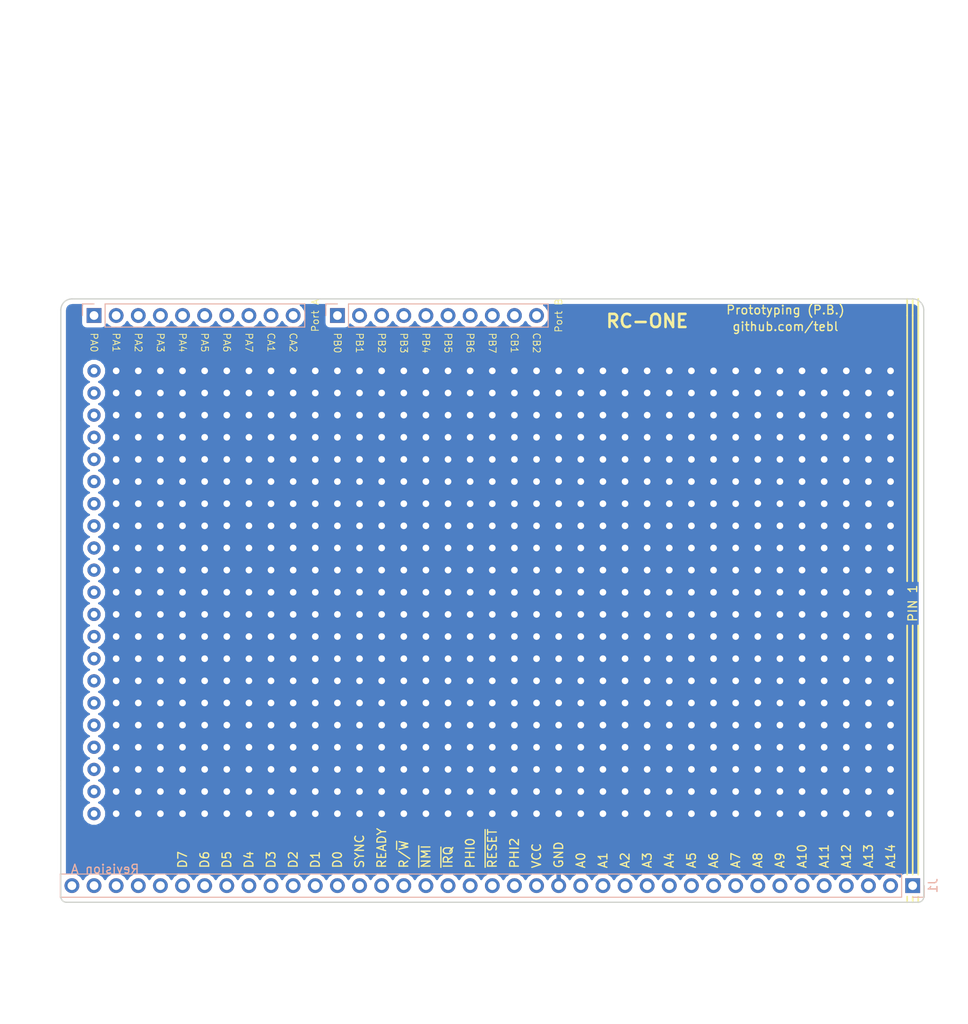
<source format=kicad_pcb>
(kicad_pcb (version 4) (host pcbnew 4.0.7)

  (general
    (links 0)
    (no_connects 0)
    (area 100.254999 78.029999 199.465001 147.395001)
    (thickness 1.6)
    (drawings 84)
    (tracks 0)
    (zones 0)
    (modules 40)
    (nets 2)
  )

  (page A4)
  (layers
    (0 F.Cu signal)
    (31 B.Cu signal)
    (32 B.Adhes user)
    (33 F.Adhes user)
    (34 B.Paste user)
    (35 F.Paste user)
    (36 B.SilkS user)
    (37 F.SilkS user)
    (38 B.Mask user)
    (39 F.Mask user)
    (40 Dwgs.User user)
    (41 Cmts.User user)
    (42 Eco1.User user)
    (43 Eco2.User user)
    (44 Edge.Cuts user)
    (45 Margin user)
    (46 B.CrtYd user)
    (47 F.CrtYd user)
    (48 B.Fab user)
    (49 F.Fab user)
  )

  (setup
    (last_trace_width 0.25)
    (user_trace_width 0.1)
    (trace_clearance 0.2)
    (zone_clearance 0.508)
    (zone_45_only no)
    (trace_min 0.01)
    (segment_width 0.2)
    (edge_width 0.15)
    (via_size 0.6)
    (via_drill 0.4)
    (via_min_size 0.4)
    (via_min_drill 0.3)
    (uvia_size 0.3)
    (uvia_drill 0.1)
    (uvias_allowed no)
    (uvia_min_size 0.2)
    (uvia_min_drill 0.1)
    (pcb_text_width 0.3)
    (pcb_text_size 1.5 1.5)
    (mod_edge_width 0.15)
    (mod_text_size 1 1)
    (mod_text_width 0.15)
    (pad_size 1.524 1.524)
    (pad_drill 0.762)
    (pad_to_mask_clearance 0.2)
    (aux_axis_origin 104.14 52.07)
    (visible_elements 7FFFF7FF)
    (pcbplotparams
      (layerselection 0x011fc_80000001)
      (usegerberextensions true)
      (excludeedgelayer true)
      (linewidth 0.100000)
      (plotframeref false)
      (viasonmask false)
      (mode 1)
      (useauxorigin false)
      (hpglpennumber 1)
      (hpglpenspeed 20)
      (hpglpendiameter 15)
      (hpglpenoverlay 2)
      (psnegative false)
      (psa4output false)
      (plotreference true)
      (plotvalue true)
      (plotinvisibletext false)
      (padsonsilk false)
      (subtractmaskfromsilk false)
      (outputformat 1)
      (mirror false)
      (drillshape 0)
      (scaleselection 1)
      (outputdirectory export/))
  )

  (net 0 "")
  (net 1 GND)

  (net_class Default "This is the default net class."
    (clearance 0.2)
    (trace_width 0.25)
    (via_dia 0.6)
    (via_drill 0.4)
    (uvia_dia 0.3)
    (uvia_drill 0.1)
    (add_net GND)
  )

  (net_class VCC ""
    (clearance 0.2)
    (trace_width 0.75)
    (via_dia 0.6)
    (via_drill 0.4)
    (uvia_dia 0.3)
    (uvia_drill 0.1)
  )

  (module Pin_Headers:Pin_Header_Straight_1x10_Pitch2.54mm (layer B.Cu) (tedit 5DFEB6B3) (tstamp 5DE6FA1F)
    (at 104.14 80.01 270)
    (descr "Through hole straight pin header, 1x10, 2.54mm pitch, single row")
    (tags "Through hole pin header THT 1x10 2.54mm single row")
    (path /5DE736F3)
    (fp_text reference J5 (at 2.54 0 540) (layer B.Fab)
      (effects (font (size 1 1) (thickness 0.15)) (justify mirror))
    )
    (fp_text value "Port A" (at 0 -25.4 270) (layer F.SilkS)
      (effects (font (size 0.8 0.8) (thickness 0.1)))
    )
    (fp_line (start -0.635 1.27) (end 1.27 1.27) (layer B.Fab) (width 0.1))
    (fp_line (start 1.27 1.27) (end 1.27 -24.13) (layer B.Fab) (width 0.1))
    (fp_line (start 1.27 -24.13) (end -1.27 -24.13) (layer B.Fab) (width 0.1))
    (fp_line (start -1.27 -24.13) (end -1.27 0.635) (layer B.Fab) (width 0.1))
    (fp_line (start -1.27 0.635) (end -0.635 1.27) (layer B.Fab) (width 0.1))
    (fp_line (start -1.33 -24.19) (end 1.33 -24.19) (layer B.SilkS) (width 0.12))
    (fp_line (start -1.33 -1.27) (end -1.33 -24.19) (layer B.SilkS) (width 0.12))
    (fp_line (start 1.33 -1.27) (end 1.33 -24.19) (layer B.SilkS) (width 0.12))
    (fp_line (start -1.33 -1.27) (end 1.33 -1.27) (layer B.SilkS) (width 0.12))
    (fp_line (start -1.33 0) (end -1.33 1.33) (layer B.SilkS) (width 0.12))
    (fp_line (start -1.33 1.33) (end 0 1.33) (layer B.SilkS) (width 0.12))
    (fp_line (start -1.8 1.8) (end -1.8 -24.65) (layer B.CrtYd) (width 0.05))
    (fp_line (start -1.8 -24.65) (end 1.8 -24.65) (layer B.CrtYd) (width 0.05))
    (fp_line (start 1.8 -24.65) (end 1.8 1.8) (layer B.CrtYd) (width 0.05))
    (fp_line (start 1.8 1.8) (end -1.8 1.8) (layer B.CrtYd) (width 0.05))
    (fp_text user %R (at 0 -11.43 540) (layer B.Fab)
      (effects (font (size 1 1) (thickness 0.15)) (justify mirror))
    )
    (pad 1 thru_hole rect (at 0 0 270) (size 1.7 1.7) (drill 1) (layers *.Cu *.Mask))
    (pad 2 thru_hole oval (at 0 -2.54 270) (size 1.7 1.7) (drill 1) (layers *.Cu *.Mask))
    (pad 3 thru_hole oval (at 0 -5.08 270) (size 1.7 1.7) (drill 1) (layers *.Cu *.Mask))
    (pad 4 thru_hole oval (at 0 -7.62 270) (size 1.7 1.7) (drill 1) (layers *.Cu *.Mask))
    (pad 5 thru_hole oval (at 0 -10.16 270) (size 1.7 1.7) (drill 1) (layers *.Cu *.Mask))
    (pad 6 thru_hole oval (at 0 -12.7 270) (size 1.7 1.7) (drill 1) (layers *.Cu *.Mask))
    (pad 7 thru_hole oval (at 0 -15.24 270) (size 1.7 1.7) (drill 1) (layers *.Cu *.Mask))
    (pad 8 thru_hole oval (at 0 -17.78 270) (size 1.7 1.7) (drill 1) (layers *.Cu *.Mask))
    (pad 9 thru_hole oval (at 0 -20.32 270) (size 1.7 1.7) (drill 1) (layers *.Cu *.Mask))
    (pad 10 thru_hole oval (at 0 -22.86 270) (size 1.7 1.7) (drill 1) (layers *.Cu *.Mask))
    (model ${KISYS3DMOD}/Pin_Headers.3dshapes/Pin_Header_Straight_1x10_Pitch2.54mm.wrl
      (at (xyz 0 0 0))
      (scale (xyz 1 1 1))
      (rotate (xyz 0 0 0))
    )
  )

  (module Pin_Headers:Pin_Header_Straight_1x10_Pitch2.54mm (layer B.Cu) (tedit 5DFEB6BE) (tstamp 5DE6FA2D)
    (at 132.08 80.01 270)
    (descr "Through hole straight pin header, 1x10, 2.54mm pitch, single row")
    (tags "Through hole pin header THT 1x10 2.54mm single row")
    (path /5DE7382E)
    (fp_text reference J6 (at 2.54 0 540) (layer B.Fab)
      (effects (font (size 1 1) (thickness 0.15)) (justify mirror))
    )
    (fp_text value "Port B" (at 0 -25.4 270) (layer F.SilkS)
      (effects (font (size 0.8 0.8) (thickness 0.1)))
    )
    (fp_line (start -0.635 1.27) (end 1.27 1.27) (layer B.Fab) (width 0.1))
    (fp_line (start 1.27 1.27) (end 1.27 -24.13) (layer B.Fab) (width 0.1))
    (fp_line (start 1.27 -24.13) (end -1.27 -24.13) (layer B.Fab) (width 0.1))
    (fp_line (start -1.27 -24.13) (end -1.27 0.635) (layer B.Fab) (width 0.1))
    (fp_line (start -1.27 0.635) (end -0.635 1.27) (layer B.Fab) (width 0.1))
    (fp_line (start -1.33 -24.19) (end 1.33 -24.19) (layer B.SilkS) (width 0.12))
    (fp_line (start -1.33 -1.27) (end -1.33 -24.19) (layer B.SilkS) (width 0.12))
    (fp_line (start 1.33 -1.27) (end 1.33 -24.19) (layer B.SilkS) (width 0.12))
    (fp_line (start -1.33 -1.27) (end 1.33 -1.27) (layer B.SilkS) (width 0.12))
    (fp_line (start -1.33 0) (end -1.33 1.33) (layer B.SilkS) (width 0.12))
    (fp_line (start -1.33 1.33) (end 0 1.33) (layer B.SilkS) (width 0.12))
    (fp_line (start -1.8 1.8) (end -1.8 -24.65) (layer B.CrtYd) (width 0.05))
    (fp_line (start -1.8 -24.65) (end 1.8 -24.65) (layer B.CrtYd) (width 0.05))
    (fp_line (start 1.8 -24.65) (end 1.8 1.8) (layer B.CrtYd) (width 0.05))
    (fp_line (start 1.8 1.8) (end -1.8 1.8) (layer B.CrtYd) (width 0.05))
    (fp_text user %R (at 0 -11.43 540) (layer B.Fab)
      (effects (font (size 1 1) (thickness 0.15)) (justify mirror))
    )
    (pad 1 thru_hole rect (at 0 0 270) (size 1.7 1.7) (drill 1) (layers *.Cu *.Mask))
    (pad 2 thru_hole oval (at 0 -2.54 270) (size 1.7 1.7) (drill 1) (layers *.Cu *.Mask))
    (pad 3 thru_hole oval (at 0 -5.08 270) (size 1.7 1.7) (drill 1) (layers *.Cu *.Mask))
    (pad 4 thru_hole oval (at 0 -7.62 270) (size 1.7 1.7) (drill 1) (layers *.Cu *.Mask))
    (pad 5 thru_hole oval (at 0 -10.16 270) (size 1.7 1.7) (drill 1) (layers *.Cu *.Mask))
    (pad 6 thru_hole oval (at 0 -12.7 270) (size 1.7 1.7) (drill 1) (layers *.Cu *.Mask))
    (pad 7 thru_hole oval (at 0 -15.24 270) (size 1.7 1.7) (drill 1) (layers *.Cu *.Mask))
    (pad 8 thru_hole oval (at 0 -17.78 270) (size 1.7 1.7) (drill 1) (layers *.Cu *.Mask))
    (pad 9 thru_hole oval (at 0 -20.32 270) (size 1.7 1.7) (drill 1) (layers *.Cu *.Mask))
    (pad 10 thru_hole oval (at 0 -22.86 270) (size 1.7 1.7) (drill 1) (layers *.Cu *.Mask))
    (model ${KISYS3DMOD}/Pin_Headers.3dshapes/Pin_Header_Straight_1x10_Pitch2.54mm.wrl
      (at (xyz 0 0 0))
      (scale (xyz 1 1 1))
      (rotate (xyz 0 0 0))
    )
  )

  (module Pin_Headers:Pin_Header_Straight_1x39_Pitch2.54mm (layer B.Cu) (tedit 59650532) (tstamp 5DFEB531)
    (at 198.12 145.415 90)
    (descr "Through hole straight pin header, 1x39, 2.54mm pitch, single row")
    (tags "Through hole pin header THT 1x39 2.54mm single row")
    (path /5DC149FA)
    (fp_text reference J1 (at 0 2.33 90) (layer B.SilkS)
      (effects (font (size 1 1) (thickness 0.15)) (justify mirror))
    )
    (fp_text value Signals (at 0 -98.85 90) (layer B.Fab)
      (effects (font (size 1 1) (thickness 0.15)) (justify mirror))
    )
    (fp_line (start -0.635 1.27) (end 1.27 1.27) (layer B.Fab) (width 0.1))
    (fp_line (start 1.27 1.27) (end 1.27 -97.79) (layer B.Fab) (width 0.1))
    (fp_line (start 1.27 -97.79) (end -1.27 -97.79) (layer B.Fab) (width 0.1))
    (fp_line (start -1.27 -97.79) (end -1.27 0.635) (layer B.Fab) (width 0.1))
    (fp_line (start -1.27 0.635) (end -0.635 1.27) (layer B.Fab) (width 0.1))
    (fp_line (start -1.33 -97.85) (end 1.33 -97.85) (layer B.SilkS) (width 0.12))
    (fp_line (start -1.33 -1.27) (end -1.33 -97.85) (layer B.SilkS) (width 0.12))
    (fp_line (start 1.33 -1.27) (end 1.33 -97.85) (layer B.SilkS) (width 0.12))
    (fp_line (start -1.33 -1.27) (end 1.33 -1.27) (layer B.SilkS) (width 0.12))
    (fp_line (start -1.33 0) (end -1.33 1.33) (layer B.SilkS) (width 0.12))
    (fp_line (start -1.33 1.33) (end 0 1.33) (layer B.SilkS) (width 0.12))
    (fp_line (start -1.8 1.8) (end -1.8 -98.3) (layer B.CrtYd) (width 0.05))
    (fp_line (start -1.8 -98.3) (end 1.8 -98.3) (layer B.CrtYd) (width 0.05))
    (fp_line (start 1.8 -98.3) (end 1.8 1.8) (layer B.CrtYd) (width 0.05))
    (fp_line (start 1.8 1.8) (end -1.8 1.8) (layer B.CrtYd) (width 0.05))
    (fp_text user %R (at 0 -48.26 360) (layer B.Fab)
      (effects (font (size 1 1) (thickness 0.15)) (justify mirror))
    )
    (pad 1 thru_hole rect (at 0 0 90) (size 1.7 1.7) (drill 1) (layers *.Cu *.Mask))
    (pad 2 thru_hole oval (at 0 -2.54 90) (size 1.7 1.7) (drill 1) (layers *.Cu *.Mask))
    (pad 3 thru_hole oval (at 0 -5.08 90) (size 1.7 1.7) (drill 1) (layers *.Cu *.Mask))
    (pad 4 thru_hole oval (at 0 -7.62 90) (size 1.7 1.7) (drill 1) (layers *.Cu *.Mask))
    (pad 5 thru_hole oval (at 0 -10.16 90) (size 1.7 1.7) (drill 1) (layers *.Cu *.Mask))
    (pad 6 thru_hole oval (at 0 -12.7 90) (size 1.7 1.7) (drill 1) (layers *.Cu *.Mask))
    (pad 7 thru_hole oval (at 0 -15.24 90) (size 1.7 1.7) (drill 1) (layers *.Cu *.Mask))
    (pad 8 thru_hole oval (at 0 -17.78 90) (size 1.7 1.7) (drill 1) (layers *.Cu *.Mask))
    (pad 9 thru_hole oval (at 0 -20.32 90) (size 1.7 1.7) (drill 1) (layers *.Cu *.Mask))
    (pad 10 thru_hole oval (at 0 -22.86 90) (size 1.7 1.7) (drill 1) (layers *.Cu *.Mask))
    (pad 11 thru_hole oval (at 0 -25.4 90) (size 1.7 1.7) (drill 1) (layers *.Cu *.Mask))
    (pad 12 thru_hole oval (at 0 -27.94 90) (size 1.7 1.7) (drill 1) (layers *.Cu *.Mask))
    (pad 13 thru_hole oval (at 0 -30.48 90) (size 1.7 1.7) (drill 1) (layers *.Cu *.Mask))
    (pad 14 thru_hole oval (at 0 -33.02 90) (size 1.7 1.7) (drill 1) (layers *.Cu *.Mask))
    (pad 15 thru_hole oval (at 0 -35.56 90) (size 1.7 1.7) (drill 1) (layers *.Cu *.Mask))
    (pad 16 thru_hole oval (at 0 -38.1 90) (size 1.7 1.7) (drill 1) (layers *.Cu *.Mask))
    (pad 17 thru_hole oval (at 0 -40.64 90) (size 1.7 1.7) (drill 1) (layers *.Cu *.Mask)
      (net 1 GND))
    (pad 18 thru_hole oval (at 0 -43.18 90) (size 1.7 1.7) (drill 1) (layers *.Cu *.Mask))
    (pad 19 thru_hole oval (at 0 -45.72 90) (size 1.7 1.7) (drill 1) (layers *.Cu *.Mask))
    (pad 20 thru_hole oval (at 0 -48.26 90) (size 1.7 1.7) (drill 1) (layers *.Cu *.Mask))
    (pad 21 thru_hole oval (at 0 -50.8 90) (size 1.7 1.7) (drill 1) (layers *.Cu *.Mask))
    (pad 22 thru_hole oval (at 0 -53.34 90) (size 1.7 1.7) (drill 1) (layers *.Cu *.Mask))
    (pad 23 thru_hole oval (at 0 -55.88 90) (size 1.7 1.7) (drill 1) (layers *.Cu *.Mask))
    (pad 24 thru_hole oval (at 0 -58.42 90) (size 1.7 1.7) (drill 1) (layers *.Cu *.Mask))
    (pad 25 thru_hole oval (at 0 -60.96 90) (size 1.7 1.7) (drill 1) (layers *.Cu *.Mask))
    (pad 26 thru_hole oval (at 0 -63.5 90) (size 1.7 1.7) (drill 1) (layers *.Cu *.Mask))
    (pad 27 thru_hole oval (at 0 -66.04 90) (size 1.7 1.7) (drill 1) (layers *.Cu *.Mask))
    (pad 28 thru_hole oval (at 0 -68.58 90) (size 1.7 1.7) (drill 1) (layers *.Cu *.Mask))
    (pad 29 thru_hole oval (at 0 -71.12 90) (size 1.7 1.7) (drill 1) (layers *.Cu *.Mask))
    (pad 30 thru_hole oval (at 0 -73.66 90) (size 1.7 1.7) (drill 1) (layers *.Cu *.Mask))
    (pad 31 thru_hole oval (at 0 -76.2 90) (size 1.7 1.7) (drill 1) (layers *.Cu *.Mask))
    (pad 32 thru_hole oval (at 0 -78.74 90) (size 1.7 1.7) (drill 1) (layers *.Cu *.Mask))
    (pad 33 thru_hole oval (at 0 -81.28 90) (size 1.7 1.7) (drill 1) (layers *.Cu *.Mask))
    (pad 34 thru_hole oval (at 0 -83.82 90) (size 1.7 1.7) (drill 1) (layers *.Cu *.Mask))
    (pad 35 thru_hole oval (at 0 -86.36 90) (size 1.7 1.7) (drill 1) (layers *.Cu *.Mask))
    (pad 36 thru_hole oval (at 0 -88.9 90) (size 1.7 1.7) (drill 1) (layers *.Cu *.Mask))
    (pad 37 thru_hole oval (at 0 -91.44 90) (size 1.7 1.7) (drill 1) (layers *.Cu *.Mask))
    (pad 38 thru_hole oval (at 0 -93.98 90) (size 1.7 1.7) (drill 1) (layers *.Cu *.Mask))
    (pad 39 thru_hole oval (at 0 -96.52 90) (size 1.7 1.7) (drill 1) (layers *.Cu *.Mask))
    (model ${KISYS3DMOD}/Pin_Headers.3dshapes/Pin_Header_Straight_1x39_Pitch2.54mm.wrl
      (at (xyz 0 0 0))
      (scale (xyz 1 1 1))
      (rotate (xyz 0 0 0))
    )
  )

  (module prototype:prototype_21 (layer F.Cu) (tedit 5D5D4039) (tstamp 5E00FBFE)
    (at 106.68 137.16)
    (path /5E0106FC)
    (fp_text reference P2 (at 0 5.08) (layer F.Fab) hide
      (effects (font (size 1 1) (thickness 0.15)))
    )
    (fp_text value Prototype_21 (at 0 2.54) (layer F.Fab) hide
      (effects (font (size 1 1) (thickness 0.15)))
    )
    (pad 1 thru_hole circle (at 0 0) (size 1.524 1.524) (drill 0.762) (layers *.Cu *.Mask))
    (pad 2 thru_hole circle (at 0 -2.54) (size 1.524 1.524) (drill 0.762) (layers *.Cu *.Mask))
    (pad 3 thru_hole circle (at 0 -5.08) (size 1.524 1.524) (drill 0.762) (layers *.Cu *.Mask))
    (pad 4 thru_hole circle (at 0 -7.62) (size 1.524 1.524) (drill 0.762) (layers *.Cu *.Mask))
    (pad 5 thru_hole circle (at 0 -10.16) (size 1.524 1.524) (drill 0.762) (layers *.Cu *.Mask))
    (pad 6 thru_hole circle (at 0 -12.7) (size 1.524 1.524) (drill 0.762) (layers *.Cu *.Mask))
    (pad 7 thru_hole circle (at 0 -15.24) (size 1.524 1.524) (drill 0.762) (layers *.Cu *.Mask))
    (pad 8 thru_hole circle (at 0 -17.78) (size 1.524 1.524) (drill 0.762) (layers *.Cu *.Mask))
    (pad 9 thru_hole circle (at 0 -20.32) (size 1.524 1.524) (drill 0.762) (layers *.Cu *.Mask))
    (pad 10 thru_hole circle (at 0 -22.86) (size 1.524 1.524) (drill 0.762) (layers *.Cu *.Mask))
    (pad 11 thru_hole circle (at 0 -25.4) (size 1.524 1.524) (drill 0.762) (layers *.Cu *.Mask))
    (pad 12 thru_hole circle (at 0 -27.94) (size 1.524 1.524) (drill 0.762) (layers *.Cu *.Mask))
    (pad 13 thru_hole circle (at 0 -30.48) (size 1.524 1.524) (drill 0.762) (layers *.Cu *.Mask))
    (pad 14 thru_hole circle (at 0 -33.02) (size 1.524 1.524) (drill 0.762) (layers *.Cu *.Mask))
    (pad 15 thru_hole circle (at 0 -35.56) (size 1.524 1.524) (drill 0.762) (layers *.Cu *.Mask))
    (pad 16 thru_hole circle (at 0 -38.1) (size 1.524 1.524) (drill 0.762) (layers *.Cu *.Mask))
    (pad 17 thru_hole circle (at 0 -40.64) (size 1.524 1.524) (drill 0.762) (layers *.Cu *.Mask))
    (pad 18 thru_hole circle (at 0 -43.18) (size 1.524 1.524) (drill 0.762) (layers *.Cu *.Mask))
    (pad 19 thru_hole circle (at 0 -45.72) (size 1.524 1.524) (drill 0.762) (layers *.Cu *.Mask))
    (pad 20 thru_hole circle (at 0 -48.26) (size 1.524 1.524) (drill 0.762) (layers *.Cu *.Mask))
    (pad 21 thru_hole circle (at 0 -50.8) (size 1.524 1.524) (drill 0.762) (layers *.Cu *.Mask))
  )

  (module prototype:prototype_21 (layer F.Cu) (tedit 5D5D4039) (tstamp 5E010053)
    (at 104.14 137.16)
    (path /5E010418)
    (fp_text reference P1 (at 0 5.08) (layer F.Fab) hide
      (effects (font (size 1 1) (thickness 0.15)))
    )
    (fp_text value Prototype_21 (at 0 2.54) (layer F.Fab) hide
      (effects (font (size 1 1) (thickness 0.15)))
    )
    (pad 1 thru_hole circle (at 0 0) (size 1.524 1.524) (drill 0.762) (layers *.Cu *.Mask))
    (pad 2 thru_hole circle (at 0 -2.54) (size 1.524 1.524) (drill 0.762) (layers *.Cu *.Mask))
    (pad 3 thru_hole circle (at 0 -5.08) (size 1.524 1.524) (drill 0.762) (layers *.Cu *.Mask))
    (pad 4 thru_hole circle (at 0 -7.62) (size 1.524 1.524) (drill 0.762) (layers *.Cu *.Mask))
    (pad 5 thru_hole circle (at 0 -10.16) (size 1.524 1.524) (drill 0.762) (layers *.Cu *.Mask))
    (pad 6 thru_hole circle (at 0 -12.7) (size 1.524 1.524) (drill 0.762) (layers *.Cu *.Mask))
    (pad 7 thru_hole circle (at 0 -15.24) (size 1.524 1.524) (drill 0.762) (layers *.Cu *.Mask))
    (pad 8 thru_hole circle (at 0 -17.78) (size 1.524 1.524) (drill 0.762) (layers *.Cu *.Mask))
    (pad 9 thru_hole circle (at 0 -20.32) (size 1.524 1.524) (drill 0.762) (layers *.Cu *.Mask))
    (pad 10 thru_hole circle (at 0 -22.86) (size 1.524 1.524) (drill 0.762) (layers *.Cu *.Mask))
    (pad 11 thru_hole circle (at 0 -25.4) (size 1.524 1.524) (drill 0.762) (layers *.Cu *.Mask))
    (pad 12 thru_hole circle (at 0 -27.94) (size 1.524 1.524) (drill 0.762) (layers *.Cu *.Mask))
    (pad 13 thru_hole circle (at 0 -30.48) (size 1.524 1.524) (drill 0.762) (layers *.Cu *.Mask))
    (pad 14 thru_hole circle (at 0 -33.02) (size 1.524 1.524) (drill 0.762) (layers *.Cu *.Mask))
    (pad 15 thru_hole circle (at 0 -35.56) (size 1.524 1.524) (drill 0.762) (layers *.Cu *.Mask))
    (pad 16 thru_hole circle (at 0 -38.1) (size 1.524 1.524) (drill 0.762) (layers *.Cu *.Mask))
    (pad 17 thru_hole circle (at 0 -40.64) (size 1.524 1.524) (drill 0.762) (layers *.Cu *.Mask))
    (pad 18 thru_hole circle (at 0 -43.18) (size 1.524 1.524) (drill 0.762) (layers *.Cu *.Mask))
    (pad 19 thru_hole circle (at 0 -45.72) (size 1.524 1.524) (drill 0.762) (layers *.Cu *.Mask))
    (pad 20 thru_hole circle (at 0 -48.26) (size 1.524 1.524) (drill 0.762) (layers *.Cu *.Mask))
    (pad 21 thru_hole circle (at 0 -50.8) (size 1.524 1.524) (drill 0.762) (layers *.Cu *.Mask))
  )

  (module prototype:prototype_21 (layer F.Cu) (tedit 5D5D4039) (tstamp 5E01006C)
    (at 109.22 137.16)
    (path /5E010710)
    (fp_text reference P3 (at 0 5.08) (layer F.Fab) hide
      (effects (font (size 1 1) (thickness 0.15)))
    )
    (fp_text value Prototype_21 (at 0 2.54) (layer F.Fab) hide
      (effects (font (size 1 1) (thickness 0.15)))
    )
    (pad 1 thru_hole circle (at 0 0) (size 1.524 1.524) (drill 0.762) (layers *.Cu *.Mask))
    (pad 2 thru_hole circle (at 0 -2.54) (size 1.524 1.524) (drill 0.762) (layers *.Cu *.Mask))
    (pad 3 thru_hole circle (at 0 -5.08) (size 1.524 1.524) (drill 0.762) (layers *.Cu *.Mask))
    (pad 4 thru_hole circle (at 0 -7.62) (size 1.524 1.524) (drill 0.762) (layers *.Cu *.Mask))
    (pad 5 thru_hole circle (at 0 -10.16) (size 1.524 1.524) (drill 0.762) (layers *.Cu *.Mask))
    (pad 6 thru_hole circle (at 0 -12.7) (size 1.524 1.524) (drill 0.762) (layers *.Cu *.Mask))
    (pad 7 thru_hole circle (at 0 -15.24) (size 1.524 1.524) (drill 0.762) (layers *.Cu *.Mask))
    (pad 8 thru_hole circle (at 0 -17.78) (size 1.524 1.524) (drill 0.762) (layers *.Cu *.Mask))
    (pad 9 thru_hole circle (at 0 -20.32) (size 1.524 1.524) (drill 0.762) (layers *.Cu *.Mask))
    (pad 10 thru_hole circle (at 0 -22.86) (size 1.524 1.524) (drill 0.762) (layers *.Cu *.Mask))
    (pad 11 thru_hole circle (at 0 -25.4) (size 1.524 1.524) (drill 0.762) (layers *.Cu *.Mask))
    (pad 12 thru_hole circle (at 0 -27.94) (size 1.524 1.524) (drill 0.762) (layers *.Cu *.Mask))
    (pad 13 thru_hole circle (at 0 -30.48) (size 1.524 1.524) (drill 0.762) (layers *.Cu *.Mask))
    (pad 14 thru_hole circle (at 0 -33.02) (size 1.524 1.524) (drill 0.762) (layers *.Cu *.Mask))
    (pad 15 thru_hole circle (at 0 -35.56) (size 1.524 1.524) (drill 0.762) (layers *.Cu *.Mask))
    (pad 16 thru_hole circle (at 0 -38.1) (size 1.524 1.524) (drill 0.762) (layers *.Cu *.Mask))
    (pad 17 thru_hole circle (at 0 -40.64) (size 1.524 1.524) (drill 0.762) (layers *.Cu *.Mask))
    (pad 18 thru_hole circle (at 0 -43.18) (size 1.524 1.524) (drill 0.762) (layers *.Cu *.Mask))
    (pad 19 thru_hole circle (at 0 -45.72) (size 1.524 1.524) (drill 0.762) (layers *.Cu *.Mask))
    (pad 20 thru_hole circle (at 0 -48.26) (size 1.524 1.524) (drill 0.762) (layers *.Cu *.Mask))
    (pad 21 thru_hole circle (at 0 -50.8) (size 1.524 1.524) (drill 0.762) (layers *.Cu *.Mask))
  )

  (module prototype:prototype_21 (layer F.Cu) (tedit 5D5D4039) (tstamp 5E010085)
    (at 111.76 137.16)
    (path /5E010724)
    (fp_text reference P4 (at 0 5.08) (layer F.Fab) hide
      (effects (font (size 1 1) (thickness 0.15)))
    )
    (fp_text value Prototype_21 (at 0 2.54) (layer F.Fab) hide
      (effects (font (size 1 1) (thickness 0.15)))
    )
    (pad 1 thru_hole circle (at 0 0) (size 1.524 1.524) (drill 0.762) (layers *.Cu *.Mask))
    (pad 2 thru_hole circle (at 0 -2.54) (size 1.524 1.524) (drill 0.762) (layers *.Cu *.Mask))
    (pad 3 thru_hole circle (at 0 -5.08) (size 1.524 1.524) (drill 0.762) (layers *.Cu *.Mask))
    (pad 4 thru_hole circle (at 0 -7.62) (size 1.524 1.524) (drill 0.762) (layers *.Cu *.Mask))
    (pad 5 thru_hole circle (at 0 -10.16) (size 1.524 1.524) (drill 0.762) (layers *.Cu *.Mask))
    (pad 6 thru_hole circle (at 0 -12.7) (size 1.524 1.524) (drill 0.762) (layers *.Cu *.Mask))
    (pad 7 thru_hole circle (at 0 -15.24) (size 1.524 1.524) (drill 0.762) (layers *.Cu *.Mask))
    (pad 8 thru_hole circle (at 0 -17.78) (size 1.524 1.524) (drill 0.762) (layers *.Cu *.Mask))
    (pad 9 thru_hole circle (at 0 -20.32) (size 1.524 1.524) (drill 0.762) (layers *.Cu *.Mask))
    (pad 10 thru_hole circle (at 0 -22.86) (size 1.524 1.524) (drill 0.762) (layers *.Cu *.Mask))
    (pad 11 thru_hole circle (at 0 -25.4) (size 1.524 1.524) (drill 0.762) (layers *.Cu *.Mask))
    (pad 12 thru_hole circle (at 0 -27.94) (size 1.524 1.524) (drill 0.762) (layers *.Cu *.Mask))
    (pad 13 thru_hole circle (at 0 -30.48) (size 1.524 1.524) (drill 0.762) (layers *.Cu *.Mask))
    (pad 14 thru_hole circle (at 0 -33.02) (size 1.524 1.524) (drill 0.762) (layers *.Cu *.Mask))
    (pad 15 thru_hole circle (at 0 -35.56) (size 1.524 1.524) (drill 0.762) (layers *.Cu *.Mask))
    (pad 16 thru_hole circle (at 0 -38.1) (size 1.524 1.524) (drill 0.762) (layers *.Cu *.Mask))
    (pad 17 thru_hole circle (at 0 -40.64) (size 1.524 1.524) (drill 0.762) (layers *.Cu *.Mask))
    (pad 18 thru_hole circle (at 0 -43.18) (size 1.524 1.524) (drill 0.762) (layers *.Cu *.Mask))
    (pad 19 thru_hole circle (at 0 -45.72) (size 1.524 1.524) (drill 0.762) (layers *.Cu *.Mask))
    (pad 20 thru_hole circle (at 0 -48.26) (size 1.524 1.524) (drill 0.762) (layers *.Cu *.Mask))
    (pad 21 thru_hole circle (at 0 -50.8) (size 1.524 1.524) (drill 0.762) (layers *.Cu *.Mask))
  )

  (module prototype:prototype_21 (layer F.Cu) (tedit 5D5D4039) (tstamp 5E01009E)
    (at 114.3 137.16)
    (path /5E010738)
    (fp_text reference P5 (at 0 5.08) (layer F.Fab) hide
      (effects (font (size 1 1) (thickness 0.15)))
    )
    (fp_text value Prototype_21 (at 0 2.54) (layer F.Fab) hide
      (effects (font (size 1 1) (thickness 0.15)))
    )
    (pad 1 thru_hole circle (at 0 0) (size 1.524 1.524) (drill 0.762) (layers *.Cu *.Mask))
    (pad 2 thru_hole circle (at 0 -2.54) (size 1.524 1.524) (drill 0.762) (layers *.Cu *.Mask))
    (pad 3 thru_hole circle (at 0 -5.08) (size 1.524 1.524) (drill 0.762) (layers *.Cu *.Mask))
    (pad 4 thru_hole circle (at 0 -7.62) (size 1.524 1.524) (drill 0.762) (layers *.Cu *.Mask))
    (pad 5 thru_hole circle (at 0 -10.16) (size 1.524 1.524) (drill 0.762) (layers *.Cu *.Mask))
    (pad 6 thru_hole circle (at 0 -12.7) (size 1.524 1.524) (drill 0.762) (layers *.Cu *.Mask))
    (pad 7 thru_hole circle (at 0 -15.24) (size 1.524 1.524) (drill 0.762) (layers *.Cu *.Mask))
    (pad 8 thru_hole circle (at 0 -17.78) (size 1.524 1.524) (drill 0.762) (layers *.Cu *.Mask))
    (pad 9 thru_hole circle (at 0 -20.32) (size 1.524 1.524) (drill 0.762) (layers *.Cu *.Mask))
    (pad 10 thru_hole circle (at 0 -22.86) (size 1.524 1.524) (drill 0.762) (layers *.Cu *.Mask))
    (pad 11 thru_hole circle (at 0 -25.4) (size 1.524 1.524) (drill 0.762) (layers *.Cu *.Mask))
    (pad 12 thru_hole circle (at 0 -27.94) (size 1.524 1.524) (drill 0.762) (layers *.Cu *.Mask))
    (pad 13 thru_hole circle (at 0 -30.48) (size 1.524 1.524) (drill 0.762) (layers *.Cu *.Mask))
    (pad 14 thru_hole circle (at 0 -33.02) (size 1.524 1.524) (drill 0.762) (layers *.Cu *.Mask))
    (pad 15 thru_hole circle (at 0 -35.56) (size 1.524 1.524) (drill 0.762) (layers *.Cu *.Mask))
    (pad 16 thru_hole circle (at 0 -38.1) (size 1.524 1.524) (drill 0.762) (layers *.Cu *.Mask))
    (pad 17 thru_hole circle (at 0 -40.64) (size 1.524 1.524) (drill 0.762) (layers *.Cu *.Mask))
    (pad 18 thru_hole circle (at 0 -43.18) (size 1.524 1.524) (drill 0.762) (layers *.Cu *.Mask))
    (pad 19 thru_hole circle (at 0 -45.72) (size 1.524 1.524) (drill 0.762) (layers *.Cu *.Mask))
    (pad 20 thru_hole circle (at 0 -48.26) (size 1.524 1.524) (drill 0.762) (layers *.Cu *.Mask))
    (pad 21 thru_hole circle (at 0 -50.8) (size 1.524 1.524) (drill 0.762) (layers *.Cu *.Mask))
  )

  (module prototype:prototype_21 (layer F.Cu) (tedit 5D5D4039) (tstamp 5E0100B7)
    (at 116.84 137.16)
    (path /5E01074C)
    (fp_text reference P6 (at 0 5.08) (layer F.Fab) hide
      (effects (font (size 1 1) (thickness 0.15)))
    )
    (fp_text value Prototype_21 (at 0 2.54) (layer F.Fab) hide
      (effects (font (size 1 1) (thickness 0.15)))
    )
    (pad 1 thru_hole circle (at 0 0) (size 1.524 1.524) (drill 0.762) (layers *.Cu *.Mask))
    (pad 2 thru_hole circle (at 0 -2.54) (size 1.524 1.524) (drill 0.762) (layers *.Cu *.Mask))
    (pad 3 thru_hole circle (at 0 -5.08) (size 1.524 1.524) (drill 0.762) (layers *.Cu *.Mask))
    (pad 4 thru_hole circle (at 0 -7.62) (size 1.524 1.524) (drill 0.762) (layers *.Cu *.Mask))
    (pad 5 thru_hole circle (at 0 -10.16) (size 1.524 1.524) (drill 0.762) (layers *.Cu *.Mask))
    (pad 6 thru_hole circle (at 0 -12.7) (size 1.524 1.524) (drill 0.762) (layers *.Cu *.Mask))
    (pad 7 thru_hole circle (at 0 -15.24) (size 1.524 1.524) (drill 0.762) (layers *.Cu *.Mask))
    (pad 8 thru_hole circle (at 0 -17.78) (size 1.524 1.524) (drill 0.762) (layers *.Cu *.Mask))
    (pad 9 thru_hole circle (at 0 -20.32) (size 1.524 1.524) (drill 0.762) (layers *.Cu *.Mask))
    (pad 10 thru_hole circle (at 0 -22.86) (size 1.524 1.524) (drill 0.762) (layers *.Cu *.Mask))
    (pad 11 thru_hole circle (at 0 -25.4) (size 1.524 1.524) (drill 0.762) (layers *.Cu *.Mask))
    (pad 12 thru_hole circle (at 0 -27.94) (size 1.524 1.524) (drill 0.762) (layers *.Cu *.Mask))
    (pad 13 thru_hole circle (at 0 -30.48) (size 1.524 1.524) (drill 0.762) (layers *.Cu *.Mask))
    (pad 14 thru_hole circle (at 0 -33.02) (size 1.524 1.524) (drill 0.762) (layers *.Cu *.Mask))
    (pad 15 thru_hole circle (at 0 -35.56) (size 1.524 1.524) (drill 0.762) (layers *.Cu *.Mask))
    (pad 16 thru_hole circle (at 0 -38.1) (size 1.524 1.524) (drill 0.762) (layers *.Cu *.Mask))
    (pad 17 thru_hole circle (at 0 -40.64) (size 1.524 1.524) (drill 0.762) (layers *.Cu *.Mask))
    (pad 18 thru_hole circle (at 0 -43.18) (size 1.524 1.524) (drill 0.762) (layers *.Cu *.Mask))
    (pad 19 thru_hole circle (at 0 -45.72) (size 1.524 1.524) (drill 0.762) (layers *.Cu *.Mask))
    (pad 20 thru_hole circle (at 0 -48.26) (size 1.524 1.524) (drill 0.762) (layers *.Cu *.Mask))
    (pad 21 thru_hole circle (at 0 -50.8) (size 1.524 1.524) (drill 0.762) (layers *.Cu *.Mask))
  )

  (module prototype:prototype_21 (layer F.Cu) (tedit 5D5D4039) (tstamp 5E0100D0)
    (at 119.38 137.16)
    (path /5E010752)
    (fp_text reference P7 (at 0 5.08) (layer F.Fab) hide
      (effects (font (size 1 1) (thickness 0.15)))
    )
    (fp_text value Prototype_21 (at 0 2.54) (layer F.Fab) hide
      (effects (font (size 1 1) (thickness 0.15)))
    )
    (pad 1 thru_hole circle (at 0 0) (size 1.524 1.524) (drill 0.762) (layers *.Cu *.Mask))
    (pad 2 thru_hole circle (at 0 -2.54) (size 1.524 1.524) (drill 0.762) (layers *.Cu *.Mask))
    (pad 3 thru_hole circle (at 0 -5.08) (size 1.524 1.524) (drill 0.762) (layers *.Cu *.Mask))
    (pad 4 thru_hole circle (at 0 -7.62) (size 1.524 1.524) (drill 0.762) (layers *.Cu *.Mask))
    (pad 5 thru_hole circle (at 0 -10.16) (size 1.524 1.524) (drill 0.762) (layers *.Cu *.Mask))
    (pad 6 thru_hole circle (at 0 -12.7) (size 1.524 1.524) (drill 0.762) (layers *.Cu *.Mask))
    (pad 7 thru_hole circle (at 0 -15.24) (size 1.524 1.524) (drill 0.762) (layers *.Cu *.Mask))
    (pad 8 thru_hole circle (at 0 -17.78) (size 1.524 1.524) (drill 0.762) (layers *.Cu *.Mask))
    (pad 9 thru_hole circle (at 0 -20.32) (size 1.524 1.524) (drill 0.762) (layers *.Cu *.Mask))
    (pad 10 thru_hole circle (at 0 -22.86) (size 1.524 1.524) (drill 0.762) (layers *.Cu *.Mask))
    (pad 11 thru_hole circle (at 0 -25.4) (size 1.524 1.524) (drill 0.762) (layers *.Cu *.Mask))
    (pad 12 thru_hole circle (at 0 -27.94) (size 1.524 1.524) (drill 0.762) (layers *.Cu *.Mask))
    (pad 13 thru_hole circle (at 0 -30.48) (size 1.524 1.524) (drill 0.762) (layers *.Cu *.Mask))
    (pad 14 thru_hole circle (at 0 -33.02) (size 1.524 1.524) (drill 0.762) (layers *.Cu *.Mask))
    (pad 15 thru_hole circle (at 0 -35.56) (size 1.524 1.524) (drill 0.762) (layers *.Cu *.Mask))
    (pad 16 thru_hole circle (at 0 -38.1) (size 1.524 1.524) (drill 0.762) (layers *.Cu *.Mask))
    (pad 17 thru_hole circle (at 0 -40.64) (size 1.524 1.524) (drill 0.762) (layers *.Cu *.Mask))
    (pad 18 thru_hole circle (at 0 -43.18) (size 1.524 1.524) (drill 0.762) (layers *.Cu *.Mask))
    (pad 19 thru_hole circle (at 0 -45.72) (size 1.524 1.524) (drill 0.762) (layers *.Cu *.Mask))
    (pad 20 thru_hole circle (at 0 -48.26) (size 1.524 1.524) (drill 0.762) (layers *.Cu *.Mask))
    (pad 21 thru_hole circle (at 0 -50.8) (size 1.524 1.524) (drill 0.762) (layers *.Cu *.Mask))
  )

  (module prototype:prototype_21 (layer F.Cu) (tedit 5D5D4039) (tstamp 5E0100E9)
    (at 121.92 137.16)
    (path /5E010758)
    (fp_text reference P8 (at 0 5.08) (layer F.Fab) hide
      (effects (font (size 1 1) (thickness 0.15)))
    )
    (fp_text value Prototype_21 (at 0 2.54) (layer F.Fab) hide
      (effects (font (size 1 1) (thickness 0.15)))
    )
    (pad 1 thru_hole circle (at 0 0) (size 1.524 1.524) (drill 0.762) (layers *.Cu *.Mask))
    (pad 2 thru_hole circle (at 0 -2.54) (size 1.524 1.524) (drill 0.762) (layers *.Cu *.Mask))
    (pad 3 thru_hole circle (at 0 -5.08) (size 1.524 1.524) (drill 0.762) (layers *.Cu *.Mask))
    (pad 4 thru_hole circle (at 0 -7.62) (size 1.524 1.524) (drill 0.762) (layers *.Cu *.Mask))
    (pad 5 thru_hole circle (at 0 -10.16) (size 1.524 1.524) (drill 0.762) (layers *.Cu *.Mask))
    (pad 6 thru_hole circle (at 0 -12.7) (size 1.524 1.524) (drill 0.762) (layers *.Cu *.Mask))
    (pad 7 thru_hole circle (at 0 -15.24) (size 1.524 1.524) (drill 0.762) (layers *.Cu *.Mask))
    (pad 8 thru_hole circle (at 0 -17.78) (size 1.524 1.524) (drill 0.762) (layers *.Cu *.Mask))
    (pad 9 thru_hole circle (at 0 -20.32) (size 1.524 1.524) (drill 0.762) (layers *.Cu *.Mask))
    (pad 10 thru_hole circle (at 0 -22.86) (size 1.524 1.524) (drill 0.762) (layers *.Cu *.Mask))
    (pad 11 thru_hole circle (at 0 -25.4) (size 1.524 1.524) (drill 0.762) (layers *.Cu *.Mask))
    (pad 12 thru_hole circle (at 0 -27.94) (size 1.524 1.524) (drill 0.762) (layers *.Cu *.Mask))
    (pad 13 thru_hole circle (at 0 -30.48) (size 1.524 1.524) (drill 0.762) (layers *.Cu *.Mask))
    (pad 14 thru_hole circle (at 0 -33.02) (size 1.524 1.524) (drill 0.762) (layers *.Cu *.Mask))
    (pad 15 thru_hole circle (at 0 -35.56) (size 1.524 1.524) (drill 0.762) (layers *.Cu *.Mask))
    (pad 16 thru_hole circle (at 0 -38.1) (size 1.524 1.524) (drill 0.762) (layers *.Cu *.Mask))
    (pad 17 thru_hole circle (at 0 -40.64) (size 1.524 1.524) (drill 0.762) (layers *.Cu *.Mask))
    (pad 18 thru_hole circle (at 0 -43.18) (size 1.524 1.524) (drill 0.762) (layers *.Cu *.Mask))
    (pad 19 thru_hole circle (at 0 -45.72) (size 1.524 1.524) (drill 0.762) (layers *.Cu *.Mask))
    (pad 20 thru_hole circle (at 0 -48.26) (size 1.524 1.524) (drill 0.762) (layers *.Cu *.Mask))
    (pad 21 thru_hole circle (at 0 -50.8) (size 1.524 1.524) (drill 0.762) (layers *.Cu *.Mask))
  )

  (module prototype:prototype_21 (layer F.Cu) (tedit 5D5D4039) (tstamp 5E010102)
    (at 124.46 137.16)
    (path /5E01075E)
    (fp_text reference P9 (at 0 5.08) (layer F.Fab) hide
      (effects (font (size 1 1) (thickness 0.15)))
    )
    (fp_text value Prototype_21 (at 0 2.54) (layer F.Fab) hide
      (effects (font (size 1 1) (thickness 0.15)))
    )
    (pad 1 thru_hole circle (at 0 0) (size 1.524 1.524) (drill 0.762) (layers *.Cu *.Mask))
    (pad 2 thru_hole circle (at 0 -2.54) (size 1.524 1.524) (drill 0.762) (layers *.Cu *.Mask))
    (pad 3 thru_hole circle (at 0 -5.08) (size 1.524 1.524) (drill 0.762) (layers *.Cu *.Mask))
    (pad 4 thru_hole circle (at 0 -7.62) (size 1.524 1.524) (drill 0.762) (layers *.Cu *.Mask))
    (pad 5 thru_hole circle (at 0 -10.16) (size 1.524 1.524) (drill 0.762) (layers *.Cu *.Mask))
    (pad 6 thru_hole circle (at 0 -12.7) (size 1.524 1.524) (drill 0.762) (layers *.Cu *.Mask))
    (pad 7 thru_hole circle (at 0 -15.24) (size 1.524 1.524) (drill 0.762) (layers *.Cu *.Mask))
    (pad 8 thru_hole circle (at 0 -17.78) (size 1.524 1.524) (drill 0.762) (layers *.Cu *.Mask))
    (pad 9 thru_hole circle (at 0 -20.32) (size 1.524 1.524) (drill 0.762) (layers *.Cu *.Mask))
    (pad 10 thru_hole circle (at 0 -22.86) (size 1.524 1.524) (drill 0.762) (layers *.Cu *.Mask))
    (pad 11 thru_hole circle (at 0 -25.4) (size 1.524 1.524) (drill 0.762) (layers *.Cu *.Mask))
    (pad 12 thru_hole circle (at 0 -27.94) (size 1.524 1.524) (drill 0.762) (layers *.Cu *.Mask))
    (pad 13 thru_hole circle (at 0 -30.48) (size 1.524 1.524) (drill 0.762) (layers *.Cu *.Mask))
    (pad 14 thru_hole circle (at 0 -33.02) (size 1.524 1.524) (drill 0.762) (layers *.Cu *.Mask))
    (pad 15 thru_hole circle (at 0 -35.56) (size 1.524 1.524) (drill 0.762) (layers *.Cu *.Mask))
    (pad 16 thru_hole circle (at 0 -38.1) (size 1.524 1.524) (drill 0.762) (layers *.Cu *.Mask))
    (pad 17 thru_hole circle (at 0 -40.64) (size 1.524 1.524) (drill 0.762) (layers *.Cu *.Mask))
    (pad 18 thru_hole circle (at 0 -43.18) (size 1.524 1.524) (drill 0.762) (layers *.Cu *.Mask))
    (pad 19 thru_hole circle (at 0 -45.72) (size 1.524 1.524) (drill 0.762) (layers *.Cu *.Mask))
    (pad 20 thru_hole circle (at 0 -48.26) (size 1.524 1.524) (drill 0.762) (layers *.Cu *.Mask))
    (pad 21 thru_hole circle (at 0 -50.8) (size 1.524 1.524) (drill 0.762) (layers *.Cu *.Mask))
  )

  (module prototype:prototype_21 (layer F.Cu) (tedit 5D5D4039) (tstamp 5E01011B)
    (at 127 137.16)
    (path /5E010764)
    (fp_text reference P10 (at 0 5.08) (layer F.Fab) hide
      (effects (font (size 1 1) (thickness 0.15)))
    )
    (fp_text value Prototype_21 (at 0 2.54) (layer F.Fab) hide
      (effects (font (size 1 1) (thickness 0.15)))
    )
    (pad 1 thru_hole circle (at 0 0) (size 1.524 1.524) (drill 0.762) (layers *.Cu *.Mask))
    (pad 2 thru_hole circle (at 0 -2.54) (size 1.524 1.524) (drill 0.762) (layers *.Cu *.Mask))
    (pad 3 thru_hole circle (at 0 -5.08) (size 1.524 1.524) (drill 0.762) (layers *.Cu *.Mask))
    (pad 4 thru_hole circle (at 0 -7.62) (size 1.524 1.524) (drill 0.762) (layers *.Cu *.Mask))
    (pad 5 thru_hole circle (at 0 -10.16) (size 1.524 1.524) (drill 0.762) (layers *.Cu *.Mask))
    (pad 6 thru_hole circle (at 0 -12.7) (size 1.524 1.524) (drill 0.762) (layers *.Cu *.Mask))
    (pad 7 thru_hole circle (at 0 -15.24) (size 1.524 1.524) (drill 0.762) (layers *.Cu *.Mask))
    (pad 8 thru_hole circle (at 0 -17.78) (size 1.524 1.524) (drill 0.762) (layers *.Cu *.Mask))
    (pad 9 thru_hole circle (at 0 -20.32) (size 1.524 1.524) (drill 0.762) (layers *.Cu *.Mask))
    (pad 10 thru_hole circle (at 0 -22.86) (size 1.524 1.524) (drill 0.762) (layers *.Cu *.Mask))
    (pad 11 thru_hole circle (at 0 -25.4) (size 1.524 1.524) (drill 0.762) (layers *.Cu *.Mask))
    (pad 12 thru_hole circle (at 0 -27.94) (size 1.524 1.524) (drill 0.762) (layers *.Cu *.Mask))
    (pad 13 thru_hole circle (at 0 -30.48) (size 1.524 1.524) (drill 0.762) (layers *.Cu *.Mask))
    (pad 14 thru_hole circle (at 0 -33.02) (size 1.524 1.524) (drill 0.762) (layers *.Cu *.Mask))
    (pad 15 thru_hole circle (at 0 -35.56) (size 1.524 1.524) (drill 0.762) (layers *.Cu *.Mask))
    (pad 16 thru_hole circle (at 0 -38.1) (size 1.524 1.524) (drill 0.762) (layers *.Cu *.Mask))
    (pad 17 thru_hole circle (at 0 -40.64) (size 1.524 1.524) (drill 0.762) (layers *.Cu *.Mask))
    (pad 18 thru_hole circle (at 0 -43.18) (size 1.524 1.524) (drill 0.762) (layers *.Cu *.Mask))
    (pad 19 thru_hole circle (at 0 -45.72) (size 1.524 1.524) (drill 0.762) (layers *.Cu *.Mask))
    (pad 20 thru_hole circle (at 0 -48.26) (size 1.524 1.524) (drill 0.762) (layers *.Cu *.Mask))
    (pad 21 thru_hole circle (at 0 -50.8) (size 1.524 1.524) (drill 0.762) (layers *.Cu *.Mask))
  )

  (module prototype:prototype_21 (layer F.Cu) (tedit 5D5D4039) (tstamp 5E010134)
    (at 129.54 137.16)
    (path /5E010770)
    (fp_text reference P11 (at 0 5.08) (layer F.Fab) hide
      (effects (font (size 1 1) (thickness 0.15)))
    )
    (fp_text value Prototype_21 (at 0 2.54) (layer F.Fab) hide
      (effects (font (size 1 1) (thickness 0.15)))
    )
    (pad 1 thru_hole circle (at 0 0) (size 1.524 1.524) (drill 0.762) (layers *.Cu *.Mask))
    (pad 2 thru_hole circle (at 0 -2.54) (size 1.524 1.524) (drill 0.762) (layers *.Cu *.Mask))
    (pad 3 thru_hole circle (at 0 -5.08) (size 1.524 1.524) (drill 0.762) (layers *.Cu *.Mask))
    (pad 4 thru_hole circle (at 0 -7.62) (size 1.524 1.524) (drill 0.762) (layers *.Cu *.Mask))
    (pad 5 thru_hole circle (at 0 -10.16) (size 1.524 1.524) (drill 0.762) (layers *.Cu *.Mask))
    (pad 6 thru_hole circle (at 0 -12.7) (size 1.524 1.524) (drill 0.762) (layers *.Cu *.Mask))
    (pad 7 thru_hole circle (at 0 -15.24) (size 1.524 1.524) (drill 0.762) (layers *.Cu *.Mask))
    (pad 8 thru_hole circle (at 0 -17.78) (size 1.524 1.524) (drill 0.762) (layers *.Cu *.Mask))
    (pad 9 thru_hole circle (at 0 -20.32) (size 1.524 1.524) (drill 0.762) (layers *.Cu *.Mask))
    (pad 10 thru_hole circle (at 0 -22.86) (size 1.524 1.524) (drill 0.762) (layers *.Cu *.Mask))
    (pad 11 thru_hole circle (at 0 -25.4) (size 1.524 1.524) (drill 0.762) (layers *.Cu *.Mask))
    (pad 12 thru_hole circle (at 0 -27.94) (size 1.524 1.524) (drill 0.762) (layers *.Cu *.Mask))
    (pad 13 thru_hole circle (at 0 -30.48) (size 1.524 1.524) (drill 0.762) (layers *.Cu *.Mask))
    (pad 14 thru_hole circle (at 0 -33.02) (size 1.524 1.524) (drill 0.762) (layers *.Cu *.Mask))
    (pad 15 thru_hole circle (at 0 -35.56) (size 1.524 1.524) (drill 0.762) (layers *.Cu *.Mask))
    (pad 16 thru_hole circle (at 0 -38.1) (size 1.524 1.524) (drill 0.762) (layers *.Cu *.Mask))
    (pad 17 thru_hole circle (at 0 -40.64) (size 1.524 1.524) (drill 0.762) (layers *.Cu *.Mask))
    (pad 18 thru_hole circle (at 0 -43.18) (size 1.524 1.524) (drill 0.762) (layers *.Cu *.Mask))
    (pad 19 thru_hole circle (at 0 -45.72) (size 1.524 1.524) (drill 0.762) (layers *.Cu *.Mask))
    (pad 20 thru_hole circle (at 0 -48.26) (size 1.524 1.524) (drill 0.762) (layers *.Cu *.Mask))
    (pad 21 thru_hole circle (at 0 -50.8) (size 1.524 1.524) (drill 0.762) (layers *.Cu *.Mask))
  )

  (module prototype:prototype_21 (layer F.Cu) (tedit 5D5D4039) (tstamp 5E01014D)
    (at 132.08 137.16)
    (path /5E010776)
    (fp_text reference P12 (at 0 5.08) (layer F.Fab) hide
      (effects (font (size 1 1) (thickness 0.15)))
    )
    (fp_text value Prototype_21 (at 0 2.54) (layer F.Fab) hide
      (effects (font (size 1 1) (thickness 0.15)))
    )
    (pad 1 thru_hole circle (at 0 0) (size 1.524 1.524) (drill 0.762) (layers *.Cu *.Mask))
    (pad 2 thru_hole circle (at 0 -2.54) (size 1.524 1.524) (drill 0.762) (layers *.Cu *.Mask))
    (pad 3 thru_hole circle (at 0 -5.08) (size 1.524 1.524) (drill 0.762) (layers *.Cu *.Mask))
    (pad 4 thru_hole circle (at 0 -7.62) (size 1.524 1.524) (drill 0.762) (layers *.Cu *.Mask))
    (pad 5 thru_hole circle (at 0 -10.16) (size 1.524 1.524) (drill 0.762) (layers *.Cu *.Mask))
    (pad 6 thru_hole circle (at 0 -12.7) (size 1.524 1.524) (drill 0.762) (layers *.Cu *.Mask))
    (pad 7 thru_hole circle (at 0 -15.24) (size 1.524 1.524) (drill 0.762) (layers *.Cu *.Mask))
    (pad 8 thru_hole circle (at 0 -17.78) (size 1.524 1.524) (drill 0.762) (layers *.Cu *.Mask))
    (pad 9 thru_hole circle (at 0 -20.32) (size 1.524 1.524) (drill 0.762) (layers *.Cu *.Mask))
    (pad 10 thru_hole circle (at 0 -22.86) (size 1.524 1.524) (drill 0.762) (layers *.Cu *.Mask))
    (pad 11 thru_hole circle (at 0 -25.4) (size 1.524 1.524) (drill 0.762) (layers *.Cu *.Mask))
    (pad 12 thru_hole circle (at 0 -27.94) (size 1.524 1.524) (drill 0.762) (layers *.Cu *.Mask))
    (pad 13 thru_hole circle (at 0 -30.48) (size 1.524 1.524) (drill 0.762) (layers *.Cu *.Mask))
    (pad 14 thru_hole circle (at 0 -33.02) (size 1.524 1.524) (drill 0.762) (layers *.Cu *.Mask))
    (pad 15 thru_hole circle (at 0 -35.56) (size 1.524 1.524) (drill 0.762) (layers *.Cu *.Mask))
    (pad 16 thru_hole circle (at 0 -38.1) (size 1.524 1.524) (drill 0.762) (layers *.Cu *.Mask))
    (pad 17 thru_hole circle (at 0 -40.64) (size 1.524 1.524) (drill 0.762) (layers *.Cu *.Mask))
    (pad 18 thru_hole circle (at 0 -43.18) (size 1.524 1.524) (drill 0.762) (layers *.Cu *.Mask))
    (pad 19 thru_hole circle (at 0 -45.72) (size 1.524 1.524) (drill 0.762) (layers *.Cu *.Mask))
    (pad 20 thru_hole circle (at 0 -48.26) (size 1.524 1.524) (drill 0.762) (layers *.Cu *.Mask))
    (pad 21 thru_hole circle (at 0 -50.8) (size 1.524 1.524) (drill 0.762) (layers *.Cu *.Mask))
  )

  (module prototype:prototype_21 (layer F.Cu) (tedit 5D5D4039) (tstamp 5E010166)
    (at 134.62 137.16)
    (path /5E01077C)
    (fp_text reference P13 (at 0 5.08) (layer F.Fab) hide
      (effects (font (size 1 1) (thickness 0.15)))
    )
    (fp_text value Prototype_21 (at 0 2.54) (layer F.Fab) hide
      (effects (font (size 1 1) (thickness 0.15)))
    )
    (pad 1 thru_hole circle (at 0 0) (size 1.524 1.524) (drill 0.762) (layers *.Cu *.Mask))
    (pad 2 thru_hole circle (at 0 -2.54) (size 1.524 1.524) (drill 0.762) (layers *.Cu *.Mask))
    (pad 3 thru_hole circle (at 0 -5.08) (size 1.524 1.524) (drill 0.762) (layers *.Cu *.Mask))
    (pad 4 thru_hole circle (at 0 -7.62) (size 1.524 1.524) (drill 0.762) (layers *.Cu *.Mask))
    (pad 5 thru_hole circle (at 0 -10.16) (size 1.524 1.524) (drill 0.762) (layers *.Cu *.Mask))
    (pad 6 thru_hole circle (at 0 -12.7) (size 1.524 1.524) (drill 0.762) (layers *.Cu *.Mask))
    (pad 7 thru_hole circle (at 0 -15.24) (size 1.524 1.524) (drill 0.762) (layers *.Cu *.Mask))
    (pad 8 thru_hole circle (at 0 -17.78) (size 1.524 1.524) (drill 0.762) (layers *.Cu *.Mask))
    (pad 9 thru_hole circle (at 0 -20.32) (size 1.524 1.524) (drill 0.762) (layers *.Cu *.Mask))
    (pad 10 thru_hole circle (at 0 -22.86) (size 1.524 1.524) (drill 0.762) (layers *.Cu *.Mask))
    (pad 11 thru_hole circle (at 0 -25.4) (size 1.524 1.524) (drill 0.762) (layers *.Cu *.Mask))
    (pad 12 thru_hole circle (at 0 -27.94) (size 1.524 1.524) (drill 0.762) (layers *.Cu *.Mask))
    (pad 13 thru_hole circle (at 0 -30.48) (size 1.524 1.524) (drill 0.762) (layers *.Cu *.Mask))
    (pad 14 thru_hole circle (at 0 -33.02) (size 1.524 1.524) (drill 0.762) (layers *.Cu *.Mask))
    (pad 15 thru_hole circle (at 0 -35.56) (size 1.524 1.524) (drill 0.762) (layers *.Cu *.Mask))
    (pad 16 thru_hole circle (at 0 -38.1) (size 1.524 1.524) (drill 0.762) (layers *.Cu *.Mask))
    (pad 17 thru_hole circle (at 0 -40.64) (size 1.524 1.524) (drill 0.762) (layers *.Cu *.Mask))
    (pad 18 thru_hole circle (at 0 -43.18) (size 1.524 1.524) (drill 0.762) (layers *.Cu *.Mask))
    (pad 19 thru_hole circle (at 0 -45.72) (size 1.524 1.524) (drill 0.762) (layers *.Cu *.Mask))
    (pad 20 thru_hole circle (at 0 -48.26) (size 1.524 1.524) (drill 0.762) (layers *.Cu *.Mask))
    (pad 21 thru_hole circle (at 0 -50.8) (size 1.524 1.524) (drill 0.762) (layers *.Cu *.Mask))
  )

  (module prototype:prototype_21 (layer F.Cu) (tedit 5D5D4039) (tstamp 5E01017F)
    (at 137.16 137.16)
    (path /5E010782)
    (fp_text reference P14 (at 0 5.08) (layer F.Fab) hide
      (effects (font (size 1 1) (thickness 0.15)))
    )
    (fp_text value Prototype_21 (at 0 2.54) (layer F.Fab) hide
      (effects (font (size 1 1) (thickness 0.15)))
    )
    (pad 1 thru_hole circle (at 0 0) (size 1.524 1.524) (drill 0.762) (layers *.Cu *.Mask))
    (pad 2 thru_hole circle (at 0 -2.54) (size 1.524 1.524) (drill 0.762) (layers *.Cu *.Mask))
    (pad 3 thru_hole circle (at 0 -5.08) (size 1.524 1.524) (drill 0.762) (layers *.Cu *.Mask))
    (pad 4 thru_hole circle (at 0 -7.62) (size 1.524 1.524) (drill 0.762) (layers *.Cu *.Mask))
    (pad 5 thru_hole circle (at 0 -10.16) (size 1.524 1.524) (drill 0.762) (layers *.Cu *.Mask))
    (pad 6 thru_hole circle (at 0 -12.7) (size 1.524 1.524) (drill 0.762) (layers *.Cu *.Mask))
    (pad 7 thru_hole circle (at 0 -15.24) (size 1.524 1.524) (drill 0.762) (layers *.Cu *.Mask))
    (pad 8 thru_hole circle (at 0 -17.78) (size 1.524 1.524) (drill 0.762) (layers *.Cu *.Mask))
    (pad 9 thru_hole circle (at 0 -20.32) (size 1.524 1.524) (drill 0.762) (layers *.Cu *.Mask))
    (pad 10 thru_hole circle (at 0 -22.86) (size 1.524 1.524) (drill 0.762) (layers *.Cu *.Mask))
    (pad 11 thru_hole circle (at 0 -25.4) (size 1.524 1.524) (drill 0.762) (layers *.Cu *.Mask))
    (pad 12 thru_hole circle (at 0 -27.94) (size 1.524 1.524) (drill 0.762) (layers *.Cu *.Mask))
    (pad 13 thru_hole circle (at 0 -30.48) (size 1.524 1.524) (drill 0.762) (layers *.Cu *.Mask))
    (pad 14 thru_hole circle (at 0 -33.02) (size 1.524 1.524) (drill 0.762) (layers *.Cu *.Mask))
    (pad 15 thru_hole circle (at 0 -35.56) (size 1.524 1.524) (drill 0.762) (layers *.Cu *.Mask))
    (pad 16 thru_hole circle (at 0 -38.1) (size 1.524 1.524) (drill 0.762) (layers *.Cu *.Mask))
    (pad 17 thru_hole circle (at 0 -40.64) (size 1.524 1.524) (drill 0.762) (layers *.Cu *.Mask))
    (pad 18 thru_hole circle (at 0 -43.18) (size 1.524 1.524) (drill 0.762) (layers *.Cu *.Mask))
    (pad 19 thru_hole circle (at 0 -45.72) (size 1.524 1.524) (drill 0.762) (layers *.Cu *.Mask))
    (pad 20 thru_hole circle (at 0 -48.26) (size 1.524 1.524) (drill 0.762) (layers *.Cu *.Mask))
    (pad 21 thru_hole circle (at 0 -50.8) (size 1.524 1.524) (drill 0.762) (layers *.Cu *.Mask))
  )

  (module prototype:prototype_21 (layer F.Cu) (tedit 5D5D4039) (tstamp 5E010198)
    (at 139.7 137.16)
    (path /5E010788)
    (fp_text reference P15 (at 0 5.08) (layer F.Fab) hide
      (effects (font (size 1 1) (thickness 0.15)))
    )
    (fp_text value Prototype_21 (at 0 2.54) (layer F.Fab) hide
      (effects (font (size 1 1) (thickness 0.15)))
    )
    (pad 1 thru_hole circle (at 0 0) (size 1.524 1.524) (drill 0.762) (layers *.Cu *.Mask))
    (pad 2 thru_hole circle (at 0 -2.54) (size 1.524 1.524) (drill 0.762) (layers *.Cu *.Mask))
    (pad 3 thru_hole circle (at 0 -5.08) (size 1.524 1.524) (drill 0.762) (layers *.Cu *.Mask))
    (pad 4 thru_hole circle (at 0 -7.62) (size 1.524 1.524) (drill 0.762) (layers *.Cu *.Mask))
    (pad 5 thru_hole circle (at 0 -10.16) (size 1.524 1.524) (drill 0.762) (layers *.Cu *.Mask))
    (pad 6 thru_hole circle (at 0 -12.7) (size 1.524 1.524) (drill 0.762) (layers *.Cu *.Mask))
    (pad 7 thru_hole circle (at 0 -15.24) (size 1.524 1.524) (drill 0.762) (layers *.Cu *.Mask))
    (pad 8 thru_hole circle (at 0 -17.78) (size 1.524 1.524) (drill 0.762) (layers *.Cu *.Mask))
    (pad 9 thru_hole circle (at 0 -20.32) (size 1.524 1.524) (drill 0.762) (layers *.Cu *.Mask))
    (pad 10 thru_hole circle (at 0 -22.86) (size 1.524 1.524) (drill 0.762) (layers *.Cu *.Mask))
    (pad 11 thru_hole circle (at 0 -25.4) (size 1.524 1.524) (drill 0.762) (layers *.Cu *.Mask))
    (pad 12 thru_hole circle (at 0 -27.94) (size 1.524 1.524) (drill 0.762) (layers *.Cu *.Mask))
    (pad 13 thru_hole circle (at 0 -30.48) (size 1.524 1.524) (drill 0.762) (layers *.Cu *.Mask))
    (pad 14 thru_hole circle (at 0 -33.02) (size 1.524 1.524) (drill 0.762) (layers *.Cu *.Mask))
    (pad 15 thru_hole circle (at 0 -35.56) (size 1.524 1.524) (drill 0.762) (layers *.Cu *.Mask))
    (pad 16 thru_hole circle (at 0 -38.1) (size 1.524 1.524) (drill 0.762) (layers *.Cu *.Mask))
    (pad 17 thru_hole circle (at 0 -40.64) (size 1.524 1.524) (drill 0.762) (layers *.Cu *.Mask))
    (pad 18 thru_hole circle (at 0 -43.18) (size 1.524 1.524) (drill 0.762) (layers *.Cu *.Mask))
    (pad 19 thru_hole circle (at 0 -45.72) (size 1.524 1.524) (drill 0.762) (layers *.Cu *.Mask))
    (pad 20 thru_hole circle (at 0 -48.26) (size 1.524 1.524) (drill 0.762) (layers *.Cu *.Mask))
    (pad 21 thru_hole circle (at 0 -50.8) (size 1.524 1.524) (drill 0.762) (layers *.Cu *.Mask))
  )

  (module prototype:prototype_21 (layer F.Cu) (tedit 5D5D4039) (tstamp 5E0101B1)
    (at 142.24 137.16)
    (path /5E01078E)
    (fp_text reference P16 (at 0 5.08) (layer F.Fab) hide
      (effects (font (size 1 1) (thickness 0.15)))
    )
    (fp_text value Prototype_21 (at 0 2.54) (layer F.Fab) hide
      (effects (font (size 1 1) (thickness 0.15)))
    )
    (pad 1 thru_hole circle (at 0 0) (size 1.524 1.524) (drill 0.762) (layers *.Cu *.Mask))
    (pad 2 thru_hole circle (at 0 -2.54) (size 1.524 1.524) (drill 0.762) (layers *.Cu *.Mask))
    (pad 3 thru_hole circle (at 0 -5.08) (size 1.524 1.524) (drill 0.762) (layers *.Cu *.Mask))
    (pad 4 thru_hole circle (at 0 -7.62) (size 1.524 1.524) (drill 0.762) (layers *.Cu *.Mask))
    (pad 5 thru_hole circle (at 0 -10.16) (size 1.524 1.524) (drill 0.762) (layers *.Cu *.Mask))
    (pad 6 thru_hole circle (at 0 -12.7) (size 1.524 1.524) (drill 0.762) (layers *.Cu *.Mask))
    (pad 7 thru_hole circle (at 0 -15.24) (size 1.524 1.524) (drill 0.762) (layers *.Cu *.Mask))
    (pad 8 thru_hole circle (at 0 -17.78) (size 1.524 1.524) (drill 0.762) (layers *.Cu *.Mask))
    (pad 9 thru_hole circle (at 0 -20.32) (size 1.524 1.524) (drill 0.762) (layers *.Cu *.Mask))
    (pad 10 thru_hole circle (at 0 -22.86) (size 1.524 1.524) (drill 0.762) (layers *.Cu *.Mask))
    (pad 11 thru_hole circle (at 0 -25.4) (size 1.524 1.524) (drill 0.762) (layers *.Cu *.Mask))
    (pad 12 thru_hole circle (at 0 -27.94) (size 1.524 1.524) (drill 0.762) (layers *.Cu *.Mask))
    (pad 13 thru_hole circle (at 0 -30.48) (size 1.524 1.524) (drill 0.762) (layers *.Cu *.Mask))
    (pad 14 thru_hole circle (at 0 -33.02) (size 1.524 1.524) (drill 0.762) (layers *.Cu *.Mask))
    (pad 15 thru_hole circle (at 0 -35.56) (size 1.524 1.524) (drill 0.762) (layers *.Cu *.Mask))
    (pad 16 thru_hole circle (at 0 -38.1) (size 1.524 1.524) (drill 0.762) (layers *.Cu *.Mask))
    (pad 17 thru_hole circle (at 0 -40.64) (size 1.524 1.524) (drill 0.762) (layers *.Cu *.Mask))
    (pad 18 thru_hole circle (at 0 -43.18) (size 1.524 1.524) (drill 0.762) (layers *.Cu *.Mask))
    (pad 19 thru_hole circle (at 0 -45.72) (size 1.524 1.524) (drill 0.762) (layers *.Cu *.Mask))
    (pad 20 thru_hole circle (at 0 -48.26) (size 1.524 1.524) (drill 0.762) (layers *.Cu *.Mask))
    (pad 21 thru_hole circle (at 0 -50.8) (size 1.524 1.524) (drill 0.762) (layers *.Cu *.Mask))
  )

  (module prototype:prototype_21 (layer F.Cu) (tedit 5D5D4039) (tstamp 5E0101CA)
    (at 144.78 137.16)
    (path /5E010794)
    (fp_text reference P17 (at 0 5.08) (layer F.Fab) hide
      (effects (font (size 1 1) (thickness 0.15)))
    )
    (fp_text value Prototype_21 (at 0 2.54) (layer F.Fab) hide
      (effects (font (size 1 1) (thickness 0.15)))
    )
    (pad 1 thru_hole circle (at 0 0) (size 1.524 1.524) (drill 0.762) (layers *.Cu *.Mask))
    (pad 2 thru_hole circle (at 0 -2.54) (size 1.524 1.524) (drill 0.762) (layers *.Cu *.Mask))
    (pad 3 thru_hole circle (at 0 -5.08) (size 1.524 1.524) (drill 0.762) (layers *.Cu *.Mask))
    (pad 4 thru_hole circle (at 0 -7.62) (size 1.524 1.524) (drill 0.762) (layers *.Cu *.Mask))
    (pad 5 thru_hole circle (at 0 -10.16) (size 1.524 1.524) (drill 0.762) (layers *.Cu *.Mask))
    (pad 6 thru_hole circle (at 0 -12.7) (size 1.524 1.524) (drill 0.762) (layers *.Cu *.Mask))
    (pad 7 thru_hole circle (at 0 -15.24) (size 1.524 1.524) (drill 0.762) (layers *.Cu *.Mask))
    (pad 8 thru_hole circle (at 0 -17.78) (size 1.524 1.524) (drill 0.762) (layers *.Cu *.Mask))
    (pad 9 thru_hole circle (at 0 -20.32) (size 1.524 1.524) (drill 0.762) (layers *.Cu *.Mask))
    (pad 10 thru_hole circle (at 0 -22.86) (size 1.524 1.524) (drill 0.762) (layers *.Cu *.Mask))
    (pad 11 thru_hole circle (at 0 -25.4) (size 1.524 1.524) (drill 0.762) (layers *.Cu *.Mask))
    (pad 12 thru_hole circle (at 0 -27.94) (size 1.524 1.524) (drill 0.762) (layers *.Cu *.Mask))
    (pad 13 thru_hole circle (at 0 -30.48) (size 1.524 1.524) (drill 0.762) (layers *.Cu *.Mask))
    (pad 14 thru_hole circle (at 0 -33.02) (size 1.524 1.524) (drill 0.762) (layers *.Cu *.Mask))
    (pad 15 thru_hole circle (at 0 -35.56) (size 1.524 1.524) (drill 0.762) (layers *.Cu *.Mask))
    (pad 16 thru_hole circle (at 0 -38.1) (size 1.524 1.524) (drill 0.762) (layers *.Cu *.Mask))
    (pad 17 thru_hole circle (at 0 -40.64) (size 1.524 1.524) (drill 0.762) (layers *.Cu *.Mask))
    (pad 18 thru_hole circle (at 0 -43.18) (size 1.524 1.524) (drill 0.762) (layers *.Cu *.Mask))
    (pad 19 thru_hole circle (at 0 -45.72) (size 1.524 1.524) (drill 0.762) (layers *.Cu *.Mask))
    (pad 20 thru_hole circle (at 0 -48.26) (size 1.524 1.524) (drill 0.762) (layers *.Cu *.Mask))
    (pad 21 thru_hole circle (at 0 -50.8) (size 1.524 1.524) (drill 0.762) (layers *.Cu *.Mask))
  )

  (module prototype:prototype_21 (layer F.Cu) (tedit 5D5D4039) (tstamp 5E0101E3)
    (at 147.32 137.16)
    (path /5E01079A)
    (fp_text reference P18 (at 0 5.08) (layer F.Fab) hide
      (effects (font (size 1 1) (thickness 0.15)))
    )
    (fp_text value Prototype_21 (at 0 2.54) (layer F.Fab) hide
      (effects (font (size 1 1) (thickness 0.15)))
    )
    (pad 1 thru_hole circle (at 0 0) (size 1.524 1.524) (drill 0.762) (layers *.Cu *.Mask))
    (pad 2 thru_hole circle (at 0 -2.54) (size 1.524 1.524) (drill 0.762) (layers *.Cu *.Mask))
    (pad 3 thru_hole circle (at 0 -5.08) (size 1.524 1.524) (drill 0.762) (layers *.Cu *.Mask))
    (pad 4 thru_hole circle (at 0 -7.62) (size 1.524 1.524) (drill 0.762) (layers *.Cu *.Mask))
    (pad 5 thru_hole circle (at 0 -10.16) (size 1.524 1.524) (drill 0.762) (layers *.Cu *.Mask))
    (pad 6 thru_hole circle (at 0 -12.7) (size 1.524 1.524) (drill 0.762) (layers *.Cu *.Mask))
    (pad 7 thru_hole circle (at 0 -15.24) (size 1.524 1.524) (drill 0.762) (layers *.Cu *.Mask))
    (pad 8 thru_hole circle (at 0 -17.78) (size 1.524 1.524) (drill 0.762) (layers *.Cu *.Mask))
    (pad 9 thru_hole circle (at 0 -20.32) (size 1.524 1.524) (drill 0.762) (layers *.Cu *.Mask))
    (pad 10 thru_hole circle (at 0 -22.86) (size 1.524 1.524) (drill 0.762) (layers *.Cu *.Mask))
    (pad 11 thru_hole circle (at 0 -25.4) (size 1.524 1.524) (drill 0.762) (layers *.Cu *.Mask))
    (pad 12 thru_hole circle (at 0 -27.94) (size 1.524 1.524) (drill 0.762) (layers *.Cu *.Mask))
    (pad 13 thru_hole circle (at 0 -30.48) (size 1.524 1.524) (drill 0.762) (layers *.Cu *.Mask))
    (pad 14 thru_hole circle (at 0 -33.02) (size 1.524 1.524) (drill 0.762) (layers *.Cu *.Mask))
    (pad 15 thru_hole circle (at 0 -35.56) (size 1.524 1.524) (drill 0.762) (layers *.Cu *.Mask))
    (pad 16 thru_hole circle (at 0 -38.1) (size 1.524 1.524) (drill 0.762) (layers *.Cu *.Mask))
    (pad 17 thru_hole circle (at 0 -40.64) (size 1.524 1.524) (drill 0.762) (layers *.Cu *.Mask))
    (pad 18 thru_hole circle (at 0 -43.18) (size 1.524 1.524) (drill 0.762) (layers *.Cu *.Mask))
    (pad 19 thru_hole circle (at 0 -45.72) (size 1.524 1.524) (drill 0.762) (layers *.Cu *.Mask))
    (pad 20 thru_hole circle (at 0 -48.26) (size 1.524 1.524) (drill 0.762) (layers *.Cu *.Mask))
    (pad 21 thru_hole circle (at 0 -50.8) (size 1.524 1.524) (drill 0.762) (layers *.Cu *.Mask))
  )

  (module prototype:prototype_21 (layer F.Cu) (tedit 5D5D4039) (tstamp 5E0101FC)
    (at 149.86 137.16)
    (path /5E0107A0)
    (fp_text reference P19 (at 0 5.08) (layer F.Fab) hide
      (effects (font (size 1 1) (thickness 0.15)))
    )
    (fp_text value Prototype_21 (at 0 2.54) (layer F.Fab) hide
      (effects (font (size 1 1) (thickness 0.15)))
    )
    (pad 1 thru_hole circle (at 0 0) (size 1.524 1.524) (drill 0.762) (layers *.Cu *.Mask))
    (pad 2 thru_hole circle (at 0 -2.54) (size 1.524 1.524) (drill 0.762) (layers *.Cu *.Mask))
    (pad 3 thru_hole circle (at 0 -5.08) (size 1.524 1.524) (drill 0.762) (layers *.Cu *.Mask))
    (pad 4 thru_hole circle (at 0 -7.62) (size 1.524 1.524) (drill 0.762) (layers *.Cu *.Mask))
    (pad 5 thru_hole circle (at 0 -10.16) (size 1.524 1.524) (drill 0.762) (layers *.Cu *.Mask))
    (pad 6 thru_hole circle (at 0 -12.7) (size 1.524 1.524) (drill 0.762) (layers *.Cu *.Mask))
    (pad 7 thru_hole circle (at 0 -15.24) (size 1.524 1.524) (drill 0.762) (layers *.Cu *.Mask))
    (pad 8 thru_hole circle (at 0 -17.78) (size 1.524 1.524) (drill 0.762) (layers *.Cu *.Mask))
    (pad 9 thru_hole circle (at 0 -20.32) (size 1.524 1.524) (drill 0.762) (layers *.Cu *.Mask))
    (pad 10 thru_hole circle (at 0 -22.86) (size 1.524 1.524) (drill 0.762) (layers *.Cu *.Mask))
    (pad 11 thru_hole circle (at 0 -25.4) (size 1.524 1.524) (drill 0.762) (layers *.Cu *.Mask))
    (pad 12 thru_hole circle (at 0 -27.94) (size 1.524 1.524) (drill 0.762) (layers *.Cu *.Mask))
    (pad 13 thru_hole circle (at 0 -30.48) (size 1.524 1.524) (drill 0.762) (layers *.Cu *.Mask))
    (pad 14 thru_hole circle (at 0 -33.02) (size 1.524 1.524) (drill 0.762) (layers *.Cu *.Mask))
    (pad 15 thru_hole circle (at 0 -35.56) (size 1.524 1.524) (drill 0.762) (layers *.Cu *.Mask))
    (pad 16 thru_hole circle (at 0 -38.1) (size 1.524 1.524) (drill 0.762) (layers *.Cu *.Mask))
    (pad 17 thru_hole circle (at 0 -40.64) (size 1.524 1.524) (drill 0.762) (layers *.Cu *.Mask))
    (pad 18 thru_hole circle (at 0 -43.18) (size 1.524 1.524) (drill 0.762) (layers *.Cu *.Mask))
    (pad 19 thru_hole circle (at 0 -45.72) (size 1.524 1.524) (drill 0.762) (layers *.Cu *.Mask))
    (pad 20 thru_hole circle (at 0 -48.26) (size 1.524 1.524) (drill 0.762) (layers *.Cu *.Mask))
    (pad 21 thru_hole circle (at 0 -50.8) (size 1.524 1.524) (drill 0.762) (layers *.Cu *.Mask))
  )

  (module prototype:prototype_21 (layer F.Cu) (tedit 5D5D4039) (tstamp 5E010215)
    (at 152.4 137.16)
    (path /5E0107A6)
    (fp_text reference P20 (at 0 5.08) (layer F.Fab) hide
      (effects (font (size 1 1) (thickness 0.15)))
    )
    (fp_text value Prototype_21 (at 0 2.54) (layer F.Fab) hide
      (effects (font (size 1 1) (thickness 0.15)))
    )
    (pad 1 thru_hole circle (at 0 0) (size 1.524 1.524) (drill 0.762) (layers *.Cu *.Mask))
    (pad 2 thru_hole circle (at 0 -2.54) (size 1.524 1.524) (drill 0.762) (layers *.Cu *.Mask))
    (pad 3 thru_hole circle (at 0 -5.08) (size 1.524 1.524) (drill 0.762) (layers *.Cu *.Mask))
    (pad 4 thru_hole circle (at 0 -7.62) (size 1.524 1.524) (drill 0.762) (layers *.Cu *.Mask))
    (pad 5 thru_hole circle (at 0 -10.16) (size 1.524 1.524) (drill 0.762) (layers *.Cu *.Mask))
    (pad 6 thru_hole circle (at 0 -12.7) (size 1.524 1.524) (drill 0.762) (layers *.Cu *.Mask))
    (pad 7 thru_hole circle (at 0 -15.24) (size 1.524 1.524) (drill 0.762) (layers *.Cu *.Mask))
    (pad 8 thru_hole circle (at 0 -17.78) (size 1.524 1.524) (drill 0.762) (layers *.Cu *.Mask))
    (pad 9 thru_hole circle (at 0 -20.32) (size 1.524 1.524) (drill 0.762) (layers *.Cu *.Mask))
    (pad 10 thru_hole circle (at 0 -22.86) (size 1.524 1.524) (drill 0.762) (layers *.Cu *.Mask))
    (pad 11 thru_hole circle (at 0 -25.4) (size 1.524 1.524) (drill 0.762) (layers *.Cu *.Mask))
    (pad 12 thru_hole circle (at 0 -27.94) (size 1.524 1.524) (drill 0.762) (layers *.Cu *.Mask))
    (pad 13 thru_hole circle (at 0 -30.48) (size 1.524 1.524) (drill 0.762) (layers *.Cu *.Mask))
    (pad 14 thru_hole circle (at 0 -33.02) (size 1.524 1.524) (drill 0.762) (layers *.Cu *.Mask))
    (pad 15 thru_hole circle (at 0 -35.56) (size 1.524 1.524) (drill 0.762) (layers *.Cu *.Mask))
    (pad 16 thru_hole circle (at 0 -38.1) (size 1.524 1.524) (drill 0.762) (layers *.Cu *.Mask))
    (pad 17 thru_hole circle (at 0 -40.64) (size 1.524 1.524) (drill 0.762) (layers *.Cu *.Mask))
    (pad 18 thru_hole circle (at 0 -43.18) (size 1.524 1.524) (drill 0.762) (layers *.Cu *.Mask))
    (pad 19 thru_hole circle (at 0 -45.72) (size 1.524 1.524) (drill 0.762) (layers *.Cu *.Mask))
    (pad 20 thru_hole circle (at 0 -48.26) (size 1.524 1.524) (drill 0.762) (layers *.Cu *.Mask))
    (pad 21 thru_hole circle (at 0 -50.8) (size 1.524 1.524) (drill 0.762) (layers *.Cu *.Mask))
  )

  (module prototype:prototype_21 (layer F.Cu) (tedit 5D5D4039) (tstamp 5E01022E)
    (at 154.94 137.16)
    (path /5E0107B2)
    (fp_text reference P21 (at 0 5.08) (layer F.Fab) hide
      (effects (font (size 1 1) (thickness 0.15)))
    )
    (fp_text value Prototype_21 (at 0 2.54) (layer F.Fab) hide
      (effects (font (size 1 1) (thickness 0.15)))
    )
    (pad 1 thru_hole circle (at 0 0) (size 1.524 1.524) (drill 0.762) (layers *.Cu *.Mask))
    (pad 2 thru_hole circle (at 0 -2.54) (size 1.524 1.524) (drill 0.762) (layers *.Cu *.Mask))
    (pad 3 thru_hole circle (at 0 -5.08) (size 1.524 1.524) (drill 0.762) (layers *.Cu *.Mask))
    (pad 4 thru_hole circle (at 0 -7.62) (size 1.524 1.524) (drill 0.762) (layers *.Cu *.Mask))
    (pad 5 thru_hole circle (at 0 -10.16) (size 1.524 1.524) (drill 0.762) (layers *.Cu *.Mask))
    (pad 6 thru_hole circle (at 0 -12.7) (size 1.524 1.524) (drill 0.762) (layers *.Cu *.Mask))
    (pad 7 thru_hole circle (at 0 -15.24) (size 1.524 1.524) (drill 0.762) (layers *.Cu *.Mask))
    (pad 8 thru_hole circle (at 0 -17.78) (size 1.524 1.524) (drill 0.762) (layers *.Cu *.Mask))
    (pad 9 thru_hole circle (at 0 -20.32) (size 1.524 1.524) (drill 0.762) (layers *.Cu *.Mask))
    (pad 10 thru_hole circle (at 0 -22.86) (size 1.524 1.524) (drill 0.762) (layers *.Cu *.Mask))
    (pad 11 thru_hole circle (at 0 -25.4) (size 1.524 1.524) (drill 0.762) (layers *.Cu *.Mask))
    (pad 12 thru_hole circle (at 0 -27.94) (size 1.524 1.524) (drill 0.762) (layers *.Cu *.Mask))
    (pad 13 thru_hole circle (at 0 -30.48) (size 1.524 1.524) (drill 0.762) (layers *.Cu *.Mask))
    (pad 14 thru_hole circle (at 0 -33.02) (size 1.524 1.524) (drill 0.762) (layers *.Cu *.Mask))
    (pad 15 thru_hole circle (at 0 -35.56) (size 1.524 1.524) (drill 0.762) (layers *.Cu *.Mask))
    (pad 16 thru_hole circle (at 0 -38.1) (size 1.524 1.524) (drill 0.762) (layers *.Cu *.Mask))
    (pad 17 thru_hole circle (at 0 -40.64) (size 1.524 1.524) (drill 0.762) (layers *.Cu *.Mask))
    (pad 18 thru_hole circle (at 0 -43.18) (size 1.524 1.524) (drill 0.762) (layers *.Cu *.Mask))
    (pad 19 thru_hole circle (at 0 -45.72) (size 1.524 1.524) (drill 0.762) (layers *.Cu *.Mask))
    (pad 20 thru_hole circle (at 0 -48.26) (size 1.524 1.524) (drill 0.762) (layers *.Cu *.Mask))
    (pad 21 thru_hole circle (at 0 -50.8) (size 1.524 1.524) (drill 0.762) (layers *.Cu *.Mask))
  )

  (module prototype:prototype_21 (layer F.Cu) (tedit 5D5D4039) (tstamp 5E010247)
    (at 157.48 137.16)
    (path /5E0107B8)
    (fp_text reference P22 (at 0 5.08) (layer F.Fab) hide
      (effects (font (size 1 1) (thickness 0.15)))
    )
    (fp_text value Prototype_21 (at 0 2.54) (layer F.Fab) hide
      (effects (font (size 1 1) (thickness 0.15)))
    )
    (pad 1 thru_hole circle (at 0 0) (size 1.524 1.524) (drill 0.762) (layers *.Cu *.Mask))
    (pad 2 thru_hole circle (at 0 -2.54) (size 1.524 1.524) (drill 0.762) (layers *.Cu *.Mask))
    (pad 3 thru_hole circle (at 0 -5.08) (size 1.524 1.524) (drill 0.762) (layers *.Cu *.Mask))
    (pad 4 thru_hole circle (at 0 -7.62) (size 1.524 1.524) (drill 0.762) (layers *.Cu *.Mask))
    (pad 5 thru_hole circle (at 0 -10.16) (size 1.524 1.524) (drill 0.762) (layers *.Cu *.Mask))
    (pad 6 thru_hole circle (at 0 -12.7) (size 1.524 1.524) (drill 0.762) (layers *.Cu *.Mask))
    (pad 7 thru_hole circle (at 0 -15.24) (size 1.524 1.524) (drill 0.762) (layers *.Cu *.Mask))
    (pad 8 thru_hole circle (at 0 -17.78) (size 1.524 1.524) (drill 0.762) (layers *.Cu *.Mask))
    (pad 9 thru_hole circle (at 0 -20.32) (size 1.524 1.524) (drill 0.762) (layers *.Cu *.Mask))
    (pad 10 thru_hole circle (at 0 -22.86) (size 1.524 1.524) (drill 0.762) (layers *.Cu *.Mask))
    (pad 11 thru_hole circle (at 0 -25.4) (size 1.524 1.524) (drill 0.762) (layers *.Cu *.Mask))
    (pad 12 thru_hole circle (at 0 -27.94) (size 1.524 1.524) (drill 0.762) (layers *.Cu *.Mask))
    (pad 13 thru_hole circle (at 0 -30.48) (size 1.524 1.524) (drill 0.762) (layers *.Cu *.Mask))
    (pad 14 thru_hole circle (at 0 -33.02) (size 1.524 1.524) (drill 0.762) (layers *.Cu *.Mask))
    (pad 15 thru_hole circle (at 0 -35.56) (size 1.524 1.524) (drill 0.762) (layers *.Cu *.Mask))
    (pad 16 thru_hole circle (at 0 -38.1) (size 1.524 1.524) (drill 0.762) (layers *.Cu *.Mask))
    (pad 17 thru_hole circle (at 0 -40.64) (size 1.524 1.524) (drill 0.762) (layers *.Cu *.Mask))
    (pad 18 thru_hole circle (at 0 -43.18) (size 1.524 1.524) (drill 0.762) (layers *.Cu *.Mask))
    (pad 19 thru_hole circle (at 0 -45.72) (size 1.524 1.524) (drill 0.762) (layers *.Cu *.Mask))
    (pad 20 thru_hole circle (at 0 -48.26) (size 1.524 1.524) (drill 0.762) (layers *.Cu *.Mask))
    (pad 21 thru_hole circle (at 0 -50.8) (size 1.524 1.524) (drill 0.762) (layers *.Cu *.Mask))
  )

  (module prototype:prototype_21 (layer F.Cu) (tedit 5D5D4039) (tstamp 5E010260)
    (at 160.02 137.16)
    (path /5E0107BE)
    (fp_text reference P23 (at 0 5.08) (layer F.Fab) hide
      (effects (font (size 1 1) (thickness 0.15)))
    )
    (fp_text value Prototype_21 (at 0 2.54) (layer F.Fab) hide
      (effects (font (size 1 1) (thickness 0.15)))
    )
    (pad 1 thru_hole circle (at 0 0) (size 1.524 1.524) (drill 0.762) (layers *.Cu *.Mask))
    (pad 2 thru_hole circle (at 0 -2.54) (size 1.524 1.524) (drill 0.762) (layers *.Cu *.Mask))
    (pad 3 thru_hole circle (at 0 -5.08) (size 1.524 1.524) (drill 0.762) (layers *.Cu *.Mask))
    (pad 4 thru_hole circle (at 0 -7.62) (size 1.524 1.524) (drill 0.762) (layers *.Cu *.Mask))
    (pad 5 thru_hole circle (at 0 -10.16) (size 1.524 1.524) (drill 0.762) (layers *.Cu *.Mask))
    (pad 6 thru_hole circle (at 0 -12.7) (size 1.524 1.524) (drill 0.762) (layers *.Cu *.Mask))
    (pad 7 thru_hole circle (at 0 -15.24) (size 1.524 1.524) (drill 0.762) (layers *.Cu *.Mask))
    (pad 8 thru_hole circle (at 0 -17.78) (size 1.524 1.524) (drill 0.762) (layers *.Cu *.Mask))
    (pad 9 thru_hole circle (at 0 -20.32) (size 1.524 1.524) (drill 0.762) (layers *.Cu *.Mask))
    (pad 10 thru_hole circle (at 0 -22.86) (size 1.524 1.524) (drill 0.762) (layers *.Cu *.Mask))
    (pad 11 thru_hole circle (at 0 -25.4) (size 1.524 1.524) (drill 0.762) (layers *.Cu *.Mask))
    (pad 12 thru_hole circle (at 0 -27.94) (size 1.524 1.524) (drill 0.762) (layers *.Cu *.Mask))
    (pad 13 thru_hole circle (at 0 -30.48) (size 1.524 1.524) (drill 0.762) (layers *.Cu *.Mask))
    (pad 14 thru_hole circle (at 0 -33.02) (size 1.524 1.524) (drill 0.762) (layers *.Cu *.Mask))
    (pad 15 thru_hole circle (at 0 -35.56) (size 1.524 1.524) (drill 0.762) (layers *.Cu *.Mask))
    (pad 16 thru_hole circle (at 0 -38.1) (size 1.524 1.524) (drill 0.762) (layers *.Cu *.Mask))
    (pad 17 thru_hole circle (at 0 -40.64) (size 1.524 1.524) (drill 0.762) (layers *.Cu *.Mask))
    (pad 18 thru_hole circle (at 0 -43.18) (size 1.524 1.524) (drill 0.762) (layers *.Cu *.Mask))
    (pad 19 thru_hole circle (at 0 -45.72) (size 1.524 1.524) (drill 0.762) (layers *.Cu *.Mask))
    (pad 20 thru_hole circle (at 0 -48.26) (size 1.524 1.524) (drill 0.762) (layers *.Cu *.Mask))
    (pad 21 thru_hole circle (at 0 -50.8) (size 1.524 1.524) (drill 0.762) (layers *.Cu *.Mask))
  )

  (module prototype:prototype_21 (layer F.Cu) (tedit 5D5D4039) (tstamp 5E010279)
    (at 162.56 137.16)
    (path /5E0107C4)
    (fp_text reference P24 (at 0 5.08) (layer F.Fab) hide
      (effects (font (size 1 1) (thickness 0.15)))
    )
    (fp_text value Prototype_21 (at 0 2.54) (layer F.Fab) hide
      (effects (font (size 1 1) (thickness 0.15)))
    )
    (pad 1 thru_hole circle (at 0 0) (size 1.524 1.524) (drill 0.762) (layers *.Cu *.Mask))
    (pad 2 thru_hole circle (at 0 -2.54) (size 1.524 1.524) (drill 0.762) (layers *.Cu *.Mask))
    (pad 3 thru_hole circle (at 0 -5.08) (size 1.524 1.524) (drill 0.762) (layers *.Cu *.Mask))
    (pad 4 thru_hole circle (at 0 -7.62) (size 1.524 1.524) (drill 0.762) (layers *.Cu *.Mask))
    (pad 5 thru_hole circle (at 0 -10.16) (size 1.524 1.524) (drill 0.762) (layers *.Cu *.Mask))
    (pad 6 thru_hole circle (at 0 -12.7) (size 1.524 1.524) (drill 0.762) (layers *.Cu *.Mask))
    (pad 7 thru_hole circle (at 0 -15.24) (size 1.524 1.524) (drill 0.762) (layers *.Cu *.Mask))
    (pad 8 thru_hole circle (at 0 -17.78) (size 1.524 1.524) (drill 0.762) (layers *.Cu *.Mask))
    (pad 9 thru_hole circle (at 0 -20.32) (size 1.524 1.524) (drill 0.762) (layers *.Cu *.Mask))
    (pad 10 thru_hole circle (at 0 -22.86) (size 1.524 1.524) (drill 0.762) (layers *.Cu *.Mask))
    (pad 11 thru_hole circle (at 0 -25.4) (size 1.524 1.524) (drill 0.762) (layers *.Cu *.Mask))
    (pad 12 thru_hole circle (at 0 -27.94) (size 1.524 1.524) (drill 0.762) (layers *.Cu *.Mask))
    (pad 13 thru_hole circle (at 0 -30.48) (size 1.524 1.524) (drill 0.762) (layers *.Cu *.Mask))
    (pad 14 thru_hole circle (at 0 -33.02) (size 1.524 1.524) (drill 0.762) (layers *.Cu *.Mask))
    (pad 15 thru_hole circle (at 0 -35.56) (size 1.524 1.524) (drill 0.762) (layers *.Cu *.Mask))
    (pad 16 thru_hole circle (at 0 -38.1) (size 1.524 1.524) (drill 0.762) (layers *.Cu *.Mask))
    (pad 17 thru_hole circle (at 0 -40.64) (size 1.524 1.524) (drill 0.762) (layers *.Cu *.Mask))
    (pad 18 thru_hole circle (at 0 -43.18) (size 1.524 1.524) (drill 0.762) (layers *.Cu *.Mask))
    (pad 19 thru_hole circle (at 0 -45.72) (size 1.524 1.524) (drill 0.762) (layers *.Cu *.Mask))
    (pad 20 thru_hole circle (at 0 -48.26) (size 1.524 1.524) (drill 0.762) (layers *.Cu *.Mask))
    (pad 21 thru_hole circle (at 0 -50.8) (size 1.524 1.524) (drill 0.762) (layers *.Cu *.Mask))
  )

  (module prototype:prototype_21 (layer F.Cu) (tedit 5D5D4039) (tstamp 5E010292)
    (at 165.1 137.16)
    (path /5E0107CA)
    (fp_text reference P25 (at 0 5.08) (layer F.Fab) hide
      (effects (font (size 1 1) (thickness 0.15)))
    )
    (fp_text value Prototype_21 (at 0 2.54) (layer F.Fab) hide
      (effects (font (size 1 1) (thickness 0.15)))
    )
    (pad 1 thru_hole circle (at 0 0) (size 1.524 1.524) (drill 0.762) (layers *.Cu *.Mask))
    (pad 2 thru_hole circle (at 0 -2.54) (size 1.524 1.524) (drill 0.762) (layers *.Cu *.Mask))
    (pad 3 thru_hole circle (at 0 -5.08) (size 1.524 1.524) (drill 0.762) (layers *.Cu *.Mask))
    (pad 4 thru_hole circle (at 0 -7.62) (size 1.524 1.524) (drill 0.762) (layers *.Cu *.Mask))
    (pad 5 thru_hole circle (at 0 -10.16) (size 1.524 1.524) (drill 0.762) (layers *.Cu *.Mask))
    (pad 6 thru_hole circle (at 0 -12.7) (size 1.524 1.524) (drill 0.762) (layers *.Cu *.Mask))
    (pad 7 thru_hole circle (at 0 -15.24) (size 1.524 1.524) (drill 0.762) (layers *.Cu *.Mask))
    (pad 8 thru_hole circle (at 0 -17.78) (size 1.524 1.524) (drill 0.762) (layers *.Cu *.Mask))
    (pad 9 thru_hole circle (at 0 -20.32) (size 1.524 1.524) (drill 0.762) (layers *.Cu *.Mask))
    (pad 10 thru_hole circle (at 0 -22.86) (size 1.524 1.524) (drill 0.762) (layers *.Cu *.Mask))
    (pad 11 thru_hole circle (at 0 -25.4) (size 1.524 1.524) (drill 0.762) (layers *.Cu *.Mask))
    (pad 12 thru_hole circle (at 0 -27.94) (size 1.524 1.524) (drill 0.762) (layers *.Cu *.Mask))
    (pad 13 thru_hole circle (at 0 -30.48) (size 1.524 1.524) (drill 0.762) (layers *.Cu *.Mask))
    (pad 14 thru_hole circle (at 0 -33.02) (size 1.524 1.524) (drill 0.762) (layers *.Cu *.Mask))
    (pad 15 thru_hole circle (at 0 -35.56) (size 1.524 1.524) (drill 0.762) (layers *.Cu *.Mask))
    (pad 16 thru_hole circle (at 0 -38.1) (size 1.524 1.524) (drill 0.762) (layers *.Cu *.Mask))
    (pad 17 thru_hole circle (at 0 -40.64) (size 1.524 1.524) (drill 0.762) (layers *.Cu *.Mask))
    (pad 18 thru_hole circle (at 0 -43.18) (size 1.524 1.524) (drill 0.762) (layers *.Cu *.Mask))
    (pad 19 thru_hole circle (at 0 -45.72) (size 1.524 1.524) (drill 0.762) (layers *.Cu *.Mask))
    (pad 20 thru_hole circle (at 0 -48.26) (size 1.524 1.524) (drill 0.762) (layers *.Cu *.Mask))
    (pad 21 thru_hole circle (at 0 -50.8) (size 1.524 1.524) (drill 0.762) (layers *.Cu *.Mask))
  )

  (module prototype:prototype_21 (layer F.Cu) (tedit 5D5D4039) (tstamp 5E0102AB)
    (at 167.64 137.16)
    (path /5E0107D0)
    (fp_text reference P26 (at 0 5.08) (layer F.Fab) hide
      (effects (font (size 1 1) (thickness 0.15)))
    )
    (fp_text value Prototype_21 (at 0 2.54) (layer F.Fab) hide
      (effects (font (size 1 1) (thickness 0.15)))
    )
    (pad 1 thru_hole circle (at 0 0) (size 1.524 1.524) (drill 0.762) (layers *.Cu *.Mask))
    (pad 2 thru_hole circle (at 0 -2.54) (size 1.524 1.524) (drill 0.762) (layers *.Cu *.Mask))
    (pad 3 thru_hole circle (at 0 -5.08) (size 1.524 1.524) (drill 0.762) (layers *.Cu *.Mask))
    (pad 4 thru_hole circle (at 0 -7.62) (size 1.524 1.524) (drill 0.762) (layers *.Cu *.Mask))
    (pad 5 thru_hole circle (at 0 -10.16) (size 1.524 1.524) (drill 0.762) (layers *.Cu *.Mask))
    (pad 6 thru_hole circle (at 0 -12.7) (size 1.524 1.524) (drill 0.762) (layers *.Cu *.Mask))
    (pad 7 thru_hole circle (at 0 -15.24) (size 1.524 1.524) (drill 0.762) (layers *.Cu *.Mask))
    (pad 8 thru_hole circle (at 0 -17.78) (size 1.524 1.524) (drill 0.762) (layers *.Cu *.Mask))
    (pad 9 thru_hole circle (at 0 -20.32) (size 1.524 1.524) (drill 0.762) (layers *.Cu *.Mask))
    (pad 10 thru_hole circle (at 0 -22.86) (size 1.524 1.524) (drill 0.762) (layers *.Cu *.Mask))
    (pad 11 thru_hole circle (at 0 -25.4) (size 1.524 1.524) (drill 0.762) (layers *.Cu *.Mask))
    (pad 12 thru_hole circle (at 0 -27.94) (size 1.524 1.524) (drill 0.762) (layers *.Cu *.Mask))
    (pad 13 thru_hole circle (at 0 -30.48) (size 1.524 1.524) (drill 0.762) (layers *.Cu *.Mask))
    (pad 14 thru_hole circle (at 0 -33.02) (size 1.524 1.524) (drill 0.762) (layers *.Cu *.Mask))
    (pad 15 thru_hole circle (at 0 -35.56) (size 1.524 1.524) (drill 0.762) (layers *.Cu *.Mask))
    (pad 16 thru_hole circle (at 0 -38.1) (size 1.524 1.524) (drill 0.762) (layers *.Cu *.Mask))
    (pad 17 thru_hole circle (at 0 -40.64) (size 1.524 1.524) (drill 0.762) (layers *.Cu *.Mask))
    (pad 18 thru_hole circle (at 0 -43.18) (size 1.524 1.524) (drill 0.762) (layers *.Cu *.Mask))
    (pad 19 thru_hole circle (at 0 -45.72) (size 1.524 1.524) (drill 0.762) (layers *.Cu *.Mask))
    (pad 20 thru_hole circle (at 0 -48.26) (size 1.524 1.524) (drill 0.762) (layers *.Cu *.Mask))
    (pad 21 thru_hole circle (at 0 -50.8) (size 1.524 1.524) (drill 0.762) (layers *.Cu *.Mask))
  )

  (module prototype:prototype_21 (layer F.Cu) (tedit 5D5D4039) (tstamp 5E0102C4)
    (at 170.18 137.16)
    (path /5E0107D6)
    (fp_text reference P27 (at 0 5.08) (layer F.Fab) hide
      (effects (font (size 1 1) (thickness 0.15)))
    )
    (fp_text value Prototype_21 (at 0 2.54) (layer F.Fab) hide
      (effects (font (size 1 1) (thickness 0.15)))
    )
    (pad 1 thru_hole circle (at 0 0) (size 1.524 1.524) (drill 0.762) (layers *.Cu *.Mask))
    (pad 2 thru_hole circle (at 0 -2.54) (size 1.524 1.524) (drill 0.762) (layers *.Cu *.Mask))
    (pad 3 thru_hole circle (at 0 -5.08) (size 1.524 1.524) (drill 0.762) (layers *.Cu *.Mask))
    (pad 4 thru_hole circle (at 0 -7.62) (size 1.524 1.524) (drill 0.762) (layers *.Cu *.Mask))
    (pad 5 thru_hole circle (at 0 -10.16) (size 1.524 1.524) (drill 0.762) (layers *.Cu *.Mask))
    (pad 6 thru_hole circle (at 0 -12.7) (size 1.524 1.524) (drill 0.762) (layers *.Cu *.Mask))
    (pad 7 thru_hole circle (at 0 -15.24) (size 1.524 1.524) (drill 0.762) (layers *.Cu *.Mask))
    (pad 8 thru_hole circle (at 0 -17.78) (size 1.524 1.524) (drill 0.762) (layers *.Cu *.Mask))
    (pad 9 thru_hole circle (at 0 -20.32) (size 1.524 1.524) (drill 0.762) (layers *.Cu *.Mask))
    (pad 10 thru_hole circle (at 0 -22.86) (size 1.524 1.524) (drill 0.762) (layers *.Cu *.Mask))
    (pad 11 thru_hole circle (at 0 -25.4) (size 1.524 1.524) (drill 0.762) (layers *.Cu *.Mask))
    (pad 12 thru_hole circle (at 0 -27.94) (size 1.524 1.524) (drill 0.762) (layers *.Cu *.Mask))
    (pad 13 thru_hole circle (at 0 -30.48) (size 1.524 1.524) (drill 0.762) (layers *.Cu *.Mask))
    (pad 14 thru_hole circle (at 0 -33.02) (size 1.524 1.524) (drill 0.762) (layers *.Cu *.Mask))
    (pad 15 thru_hole circle (at 0 -35.56) (size 1.524 1.524) (drill 0.762) (layers *.Cu *.Mask))
    (pad 16 thru_hole circle (at 0 -38.1) (size 1.524 1.524) (drill 0.762) (layers *.Cu *.Mask))
    (pad 17 thru_hole circle (at 0 -40.64) (size 1.524 1.524) (drill 0.762) (layers *.Cu *.Mask))
    (pad 18 thru_hole circle (at 0 -43.18) (size 1.524 1.524) (drill 0.762) (layers *.Cu *.Mask))
    (pad 19 thru_hole circle (at 0 -45.72) (size 1.524 1.524) (drill 0.762) (layers *.Cu *.Mask))
    (pad 20 thru_hole circle (at 0 -48.26) (size 1.524 1.524) (drill 0.762) (layers *.Cu *.Mask))
    (pad 21 thru_hole circle (at 0 -50.8) (size 1.524 1.524) (drill 0.762) (layers *.Cu *.Mask))
  )

  (module prototype:prototype_21 (layer F.Cu) (tedit 5D5D4039) (tstamp 5E0102DD)
    (at 172.72 137.16)
    (path /5E0107DC)
    (fp_text reference P28 (at 0 5.08) (layer F.Fab) hide
      (effects (font (size 1 1) (thickness 0.15)))
    )
    (fp_text value Prototype_21 (at 0 2.54) (layer F.Fab) hide
      (effects (font (size 1 1) (thickness 0.15)))
    )
    (pad 1 thru_hole circle (at 0 0) (size 1.524 1.524) (drill 0.762) (layers *.Cu *.Mask))
    (pad 2 thru_hole circle (at 0 -2.54) (size 1.524 1.524) (drill 0.762) (layers *.Cu *.Mask))
    (pad 3 thru_hole circle (at 0 -5.08) (size 1.524 1.524) (drill 0.762) (layers *.Cu *.Mask))
    (pad 4 thru_hole circle (at 0 -7.62) (size 1.524 1.524) (drill 0.762) (layers *.Cu *.Mask))
    (pad 5 thru_hole circle (at 0 -10.16) (size 1.524 1.524) (drill 0.762) (layers *.Cu *.Mask))
    (pad 6 thru_hole circle (at 0 -12.7) (size 1.524 1.524) (drill 0.762) (layers *.Cu *.Mask))
    (pad 7 thru_hole circle (at 0 -15.24) (size 1.524 1.524) (drill 0.762) (layers *.Cu *.Mask))
    (pad 8 thru_hole circle (at 0 -17.78) (size 1.524 1.524) (drill 0.762) (layers *.Cu *.Mask))
    (pad 9 thru_hole circle (at 0 -20.32) (size 1.524 1.524) (drill 0.762) (layers *.Cu *.Mask))
    (pad 10 thru_hole circle (at 0 -22.86) (size 1.524 1.524) (drill 0.762) (layers *.Cu *.Mask))
    (pad 11 thru_hole circle (at 0 -25.4) (size 1.524 1.524) (drill 0.762) (layers *.Cu *.Mask))
    (pad 12 thru_hole circle (at 0 -27.94) (size 1.524 1.524) (drill 0.762) (layers *.Cu *.Mask))
    (pad 13 thru_hole circle (at 0 -30.48) (size 1.524 1.524) (drill 0.762) (layers *.Cu *.Mask))
    (pad 14 thru_hole circle (at 0 -33.02) (size 1.524 1.524) (drill 0.762) (layers *.Cu *.Mask))
    (pad 15 thru_hole circle (at 0 -35.56) (size 1.524 1.524) (drill 0.762) (layers *.Cu *.Mask))
    (pad 16 thru_hole circle (at 0 -38.1) (size 1.524 1.524) (drill 0.762) (layers *.Cu *.Mask))
    (pad 17 thru_hole circle (at 0 -40.64) (size 1.524 1.524) (drill 0.762) (layers *.Cu *.Mask))
    (pad 18 thru_hole circle (at 0 -43.18) (size 1.524 1.524) (drill 0.762) (layers *.Cu *.Mask))
    (pad 19 thru_hole circle (at 0 -45.72) (size 1.524 1.524) (drill 0.762) (layers *.Cu *.Mask))
    (pad 20 thru_hole circle (at 0 -48.26) (size 1.524 1.524) (drill 0.762) (layers *.Cu *.Mask))
    (pad 21 thru_hole circle (at 0 -50.8) (size 1.524 1.524) (drill 0.762) (layers *.Cu *.Mask))
  )

  (module prototype:prototype_21 (layer F.Cu) (tedit 5D5D4039) (tstamp 5E0102F6)
    (at 175.26 137.16)
    (path /5E0107E2)
    (fp_text reference P29 (at 0 5.08) (layer F.Fab) hide
      (effects (font (size 1 1) (thickness 0.15)))
    )
    (fp_text value Prototype_21 (at 0 2.54) (layer F.Fab) hide
      (effects (font (size 1 1) (thickness 0.15)))
    )
    (pad 1 thru_hole circle (at 0 0) (size 1.524 1.524) (drill 0.762) (layers *.Cu *.Mask))
    (pad 2 thru_hole circle (at 0 -2.54) (size 1.524 1.524) (drill 0.762) (layers *.Cu *.Mask))
    (pad 3 thru_hole circle (at 0 -5.08) (size 1.524 1.524) (drill 0.762) (layers *.Cu *.Mask))
    (pad 4 thru_hole circle (at 0 -7.62) (size 1.524 1.524) (drill 0.762) (layers *.Cu *.Mask))
    (pad 5 thru_hole circle (at 0 -10.16) (size 1.524 1.524) (drill 0.762) (layers *.Cu *.Mask))
    (pad 6 thru_hole circle (at 0 -12.7) (size 1.524 1.524) (drill 0.762) (layers *.Cu *.Mask))
    (pad 7 thru_hole circle (at 0 -15.24) (size 1.524 1.524) (drill 0.762) (layers *.Cu *.Mask))
    (pad 8 thru_hole circle (at 0 -17.78) (size 1.524 1.524) (drill 0.762) (layers *.Cu *.Mask))
    (pad 9 thru_hole circle (at 0 -20.32) (size 1.524 1.524) (drill 0.762) (layers *.Cu *.Mask))
    (pad 10 thru_hole circle (at 0 -22.86) (size 1.524 1.524) (drill 0.762) (layers *.Cu *.Mask))
    (pad 11 thru_hole circle (at 0 -25.4) (size 1.524 1.524) (drill 0.762) (layers *.Cu *.Mask))
    (pad 12 thru_hole circle (at 0 -27.94) (size 1.524 1.524) (drill 0.762) (layers *.Cu *.Mask))
    (pad 13 thru_hole circle (at 0 -30.48) (size 1.524 1.524) (drill 0.762) (layers *.Cu *.Mask))
    (pad 14 thru_hole circle (at 0 -33.02) (size 1.524 1.524) (drill 0.762) (layers *.Cu *.Mask))
    (pad 15 thru_hole circle (at 0 -35.56) (size 1.524 1.524) (drill 0.762) (layers *.Cu *.Mask))
    (pad 16 thru_hole circle (at 0 -38.1) (size 1.524 1.524) (drill 0.762) (layers *.Cu *.Mask))
    (pad 17 thru_hole circle (at 0 -40.64) (size 1.524 1.524) (drill 0.762) (layers *.Cu *.Mask))
    (pad 18 thru_hole circle (at 0 -43.18) (size 1.524 1.524) (drill 0.762) (layers *.Cu *.Mask))
    (pad 19 thru_hole circle (at 0 -45.72) (size 1.524 1.524) (drill 0.762) (layers *.Cu *.Mask))
    (pad 20 thru_hole circle (at 0 -48.26) (size 1.524 1.524) (drill 0.762) (layers *.Cu *.Mask))
    (pad 21 thru_hole circle (at 0 -50.8) (size 1.524 1.524) (drill 0.762) (layers *.Cu *.Mask))
  )

  (module prototype:prototype_21 (layer F.Cu) (tedit 5D5D4039) (tstamp 5E01030F)
    (at 177.8 137.16)
    (path /5E0107E8)
    (fp_text reference P30 (at 0 5.08) (layer F.Fab) hide
      (effects (font (size 1 1) (thickness 0.15)))
    )
    (fp_text value Prototype_21 (at 0 2.54) (layer F.Fab) hide
      (effects (font (size 1 1) (thickness 0.15)))
    )
    (pad 1 thru_hole circle (at 0 0) (size 1.524 1.524) (drill 0.762) (layers *.Cu *.Mask))
    (pad 2 thru_hole circle (at 0 -2.54) (size 1.524 1.524) (drill 0.762) (layers *.Cu *.Mask))
    (pad 3 thru_hole circle (at 0 -5.08) (size 1.524 1.524) (drill 0.762) (layers *.Cu *.Mask))
    (pad 4 thru_hole circle (at 0 -7.62) (size 1.524 1.524) (drill 0.762) (layers *.Cu *.Mask))
    (pad 5 thru_hole circle (at 0 -10.16) (size 1.524 1.524) (drill 0.762) (layers *.Cu *.Mask))
    (pad 6 thru_hole circle (at 0 -12.7) (size 1.524 1.524) (drill 0.762) (layers *.Cu *.Mask))
    (pad 7 thru_hole circle (at 0 -15.24) (size 1.524 1.524) (drill 0.762) (layers *.Cu *.Mask))
    (pad 8 thru_hole circle (at 0 -17.78) (size 1.524 1.524) (drill 0.762) (layers *.Cu *.Mask))
    (pad 9 thru_hole circle (at 0 -20.32) (size 1.524 1.524) (drill 0.762) (layers *.Cu *.Mask))
    (pad 10 thru_hole circle (at 0 -22.86) (size 1.524 1.524) (drill 0.762) (layers *.Cu *.Mask))
    (pad 11 thru_hole circle (at 0 -25.4) (size 1.524 1.524) (drill 0.762) (layers *.Cu *.Mask))
    (pad 12 thru_hole circle (at 0 -27.94) (size 1.524 1.524) (drill 0.762) (layers *.Cu *.Mask))
    (pad 13 thru_hole circle (at 0 -30.48) (size 1.524 1.524) (drill 0.762) (layers *.Cu *.Mask))
    (pad 14 thru_hole circle (at 0 -33.02) (size 1.524 1.524) (drill 0.762) (layers *.Cu *.Mask))
    (pad 15 thru_hole circle (at 0 -35.56) (size 1.524 1.524) (drill 0.762) (layers *.Cu *.Mask))
    (pad 16 thru_hole circle (at 0 -38.1) (size 1.524 1.524) (drill 0.762) (layers *.Cu *.Mask))
    (pad 17 thru_hole circle (at 0 -40.64) (size 1.524 1.524) (drill 0.762) (layers *.Cu *.Mask))
    (pad 18 thru_hole circle (at 0 -43.18) (size 1.524 1.524) (drill 0.762) (layers *.Cu *.Mask))
    (pad 19 thru_hole circle (at 0 -45.72) (size 1.524 1.524) (drill 0.762) (layers *.Cu *.Mask))
    (pad 20 thru_hole circle (at 0 -48.26) (size 1.524 1.524) (drill 0.762) (layers *.Cu *.Mask))
    (pad 21 thru_hole circle (at 0 -50.8) (size 1.524 1.524) (drill 0.762) (layers *.Cu *.Mask))
  )

  (module prototype:prototype_21 (layer F.Cu) (tedit 5D5D4039) (tstamp 5E010328)
    (at 180.34 137.16)
    (path /5E0107EE)
    (fp_text reference P31 (at 0 5.08) (layer F.Fab) hide
      (effects (font (size 1 1) (thickness 0.15)))
    )
    (fp_text value Prototype_21 (at 0 2.54) (layer F.Fab) hide
      (effects (font (size 1 1) (thickness 0.15)))
    )
    (pad 1 thru_hole circle (at 0 0) (size 1.524 1.524) (drill 0.762) (layers *.Cu *.Mask))
    (pad 2 thru_hole circle (at 0 -2.54) (size 1.524 1.524) (drill 0.762) (layers *.Cu *.Mask))
    (pad 3 thru_hole circle (at 0 -5.08) (size 1.524 1.524) (drill 0.762) (layers *.Cu *.Mask))
    (pad 4 thru_hole circle (at 0 -7.62) (size 1.524 1.524) (drill 0.762) (layers *.Cu *.Mask))
    (pad 5 thru_hole circle (at 0 -10.16) (size 1.524 1.524) (drill 0.762) (layers *.Cu *.Mask))
    (pad 6 thru_hole circle (at 0 -12.7) (size 1.524 1.524) (drill 0.762) (layers *.Cu *.Mask))
    (pad 7 thru_hole circle (at 0 -15.24) (size 1.524 1.524) (drill 0.762) (layers *.Cu *.Mask))
    (pad 8 thru_hole circle (at 0 -17.78) (size 1.524 1.524) (drill 0.762) (layers *.Cu *.Mask))
    (pad 9 thru_hole circle (at 0 -20.32) (size 1.524 1.524) (drill 0.762) (layers *.Cu *.Mask))
    (pad 10 thru_hole circle (at 0 -22.86) (size 1.524 1.524) (drill 0.762) (layers *.Cu *.Mask))
    (pad 11 thru_hole circle (at 0 -25.4) (size 1.524 1.524) (drill 0.762) (layers *.Cu *.Mask))
    (pad 12 thru_hole circle (at 0 -27.94) (size 1.524 1.524) (drill 0.762) (layers *.Cu *.Mask))
    (pad 13 thru_hole circle (at 0 -30.48) (size 1.524 1.524) (drill 0.762) (layers *.Cu *.Mask))
    (pad 14 thru_hole circle (at 0 -33.02) (size 1.524 1.524) (drill 0.762) (layers *.Cu *.Mask))
    (pad 15 thru_hole circle (at 0 -35.56) (size 1.524 1.524) (drill 0.762) (layers *.Cu *.Mask))
    (pad 16 thru_hole circle (at 0 -38.1) (size 1.524 1.524) (drill 0.762) (layers *.Cu *.Mask))
    (pad 17 thru_hole circle (at 0 -40.64) (size 1.524 1.524) (drill 0.762) (layers *.Cu *.Mask))
    (pad 18 thru_hole circle (at 0 -43.18) (size 1.524 1.524) (drill 0.762) (layers *.Cu *.Mask))
    (pad 19 thru_hole circle (at 0 -45.72) (size 1.524 1.524) (drill 0.762) (layers *.Cu *.Mask))
    (pad 20 thru_hole circle (at 0 -48.26) (size 1.524 1.524) (drill 0.762) (layers *.Cu *.Mask))
    (pad 21 thru_hole circle (at 0 -50.8) (size 1.524 1.524) (drill 0.762) (layers *.Cu *.Mask))
  )

  (module prototype:prototype_21 (layer F.Cu) (tedit 5D5D4039) (tstamp 5E010341)
    (at 182.88 137.16)
    (path /5E0107F4)
    (fp_text reference P32 (at 0 5.08) (layer F.Fab) hide
      (effects (font (size 1 1) (thickness 0.15)))
    )
    (fp_text value Prototype_21 (at 0 2.54) (layer F.Fab) hide
      (effects (font (size 1 1) (thickness 0.15)))
    )
    (pad 1 thru_hole circle (at 0 0) (size 1.524 1.524) (drill 0.762) (layers *.Cu *.Mask))
    (pad 2 thru_hole circle (at 0 -2.54) (size 1.524 1.524) (drill 0.762) (layers *.Cu *.Mask))
    (pad 3 thru_hole circle (at 0 -5.08) (size 1.524 1.524) (drill 0.762) (layers *.Cu *.Mask))
    (pad 4 thru_hole circle (at 0 -7.62) (size 1.524 1.524) (drill 0.762) (layers *.Cu *.Mask))
    (pad 5 thru_hole circle (at 0 -10.16) (size 1.524 1.524) (drill 0.762) (layers *.Cu *.Mask))
    (pad 6 thru_hole circle (at 0 -12.7) (size 1.524 1.524) (drill 0.762) (layers *.Cu *.Mask))
    (pad 7 thru_hole circle (at 0 -15.24) (size 1.524 1.524) (drill 0.762) (layers *.Cu *.Mask))
    (pad 8 thru_hole circle (at 0 -17.78) (size 1.524 1.524) (drill 0.762) (layers *.Cu *.Mask))
    (pad 9 thru_hole circle (at 0 -20.32) (size 1.524 1.524) (drill 0.762) (layers *.Cu *.Mask))
    (pad 10 thru_hole circle (at 0 -22.86) (size 1.524 1.524) (drill 0.762) (layers *.Cu *.Mask))
    (pad 11 thru_hole circle (at 0 -25.4) (size 1.524 1.524) (drill 0.762) (layers *.Cu *.Mask))
    (pad 12 thru_hole circle (at 0 -27.94) (size 1.524 1.524) (drill 0.762) (layers *.Cu *.Mask))
    (pad 13 thru_hole circle (at 0 -30.48) (size 1.524 1.524) (drill 0.762) (layers *.Cu *.Mask))
    (pad 14 thru_hole circle (at 0 -33.02) (size 1.524 1.524) (drill 0.762) (layers *.Cu *.Mask))
    (pad 15 thru_hole circle (at 0 -35.56) (size 1.524 1.524) (drill 0.762) (layers *.Cu *.Mask))
    (pad 16 thru_hole circle (at 0 -38.1) (size 1.524 1.524) (drill 0.762) (layers *.Cu *.Mask))
    (pad 17 thru_hole circle (at 0 -40.64) (size 1.524 1.524) (drill 0.762) (layers *.Cu *.Mask))
    (pad 18 thru_hole circle (at 0 -43.18) (size 1.524 1.524) (drill 0.762) (layers *.Cu *.Mask))
    (pad 19 thru_hole circle (at 0 -45.72) (size 1.524 1.524) (drill 0.762) (layers *.Cu *.Mask))
    (pad 20 thru_hole circle (at 0 -48.26) (size 1.524 1.524) (drill 0.762) (layers *.Cu *.Mask))
    (pad 21 thru_hole circle (at 0 -50.8) (size 1.524 1.524) (drill 0.762) (layers *.Cu *.Mask))
  )

  (module prototype:prototype_21 (layer F.Cu) (tedit 5D5D4039) (tstamp 5E01035A)
    (at 185.42 137.16)
    (path /5E0107FA)
    (fp_text reference P33 (at 0 5.08) (layer F.Fab) hide
      (effects (font (size 1 1) (thickness 0.15)))
    )
    (fp_text value Prototype_21 (at 0 2.54) (layer F.Fab) hide
      (effects (font (size 1 1) (thickness 0.15)))
    )
    (pad 1 thru_hole circle (at 0 0) (size 1.524 1.524) (drill 0.762) (layers *.Cu *.Mask))
    (pad 2 thru_hole circle (at 0 -2.54) (size 1.524 1.524) (drill 0.762) (layers *.Cu *.Mask))
    (pad 3 thru_hole circle (at 0 -5.08) (size 1.524 1.524) (drill 0.762) (layers *.Cu *.Mask))
    (pad 4 thru_hole circle (at 0 -7.62) (size 1.524 1.524) (drill 0.762) (layers *.Cu *.Mask))
    (pad 5 thru_hole circle (at 0 -10.16) (size 1.524 1.524) (drill 0.762) (layers *.Cu *.Mask))
    (pad 6 thru_hole circle (at 0 -12.7) (size 1.524 1.524) (drill 0.762) (layers *.Cu *.Mask))
    (pad 7 thru_hole circle (at 0 -15.24) (size 1.524 1.524) (drill 0.762) (layers *.Cu *.Mask))
    (pad 8 thru_hole circle (at 0 -17.78) (size 1.524 1.524) (drill 0.762) (layers *.Cu *.Mask))
    (pad 9 thru_hole circle (at 0 -20.32) (size 1.524 1.524) (drill 0.762) (layers *.Cu *.Mask))
    (pad 10 thru_hole circle (at 0 -22.86) (size 1.524 1.524) (drill 0.762) (layers *.Cu *.Mask))
    (pad 11 thru_hole circle (at 0 -25.4) (size 1.524 1.524) (drill 0.762) (layers *.Cu *.Mask))
    (pad 12 thru_hole circle (at 0 -27.94) (size 1.524 1.524) (drill 0.762) (layers *.Cu *.Mask))
    (pad 13 thru_hole circle (at 0 -30.48) (size 1.524 1.524) (drill 0.762) (layers *.Cu *.Mask))
    (pad 14 thru_hole circle (at 0 -33.02) (size 1.524 1.524) (drill 0.762) (layers *.Cu *.Mask))
    (pad 15 thru_hole circle (at 0 -35.56) (size 1.524 1.524) (drill 0.762) (layers *.Cu *.Mask))
    (pad 16 thru_hole circle (at 0 -38.1) (size 1.524 1.524) (drill 0.762) (layers *.Cu *.Mask))
    (pad 17 thru_hole circle (at 0 -40.64) (size 1.524 1.524) (drill 0.762) (layers *.Cu *.Mask))
    (pad 18 thru_hole circle (at 0 -43.18) (size 1.524 1.524) (drill 0.762) (layers *.Cu *.Mask))
    (pad 19 thru_hole circle (at 0 -45.72) (size 1.524 1.524) (drill 0.762) (layers *.Cu *.Mask))
    (pad 20 thru_hole circle (at 0 -48.26) (size 1.524 1.524) (drill 0.762) (layers *.Cu *.Mask))
    (pad 21 thru_hole circle (at 0 -50.8) (size 1.524 1.524) (drill 0.762) (layers *.Cu *.Mask))
  )

  (module prototype:prototype_21 (layer F.Cu) (tedit 5D5D4039) (tstamp 5E010373)
    (at 187.96 137.16)
    (path /5E010800)
    (fp_text reference P34 (at 0 5.08) (layer F.Fab) hide
      (effects (font (size 1 1) (thickness 0.15)))
    )
    (fp_text value Prototype_21 (at 0 2.54) (layer F.Fab) hide
      (effects (font (size 1 1) (thickness 0.15)))
    )
    (pad 1 thru_hole circle (at 0 0) (size 1.524 1.524) (drill 0.762) (layers *.Cu *.Mask))
    (pad 2 thru_hole circle (at 0 -2.54) (size 1.524 1.524) (drill 0.762) (layers *.Cu *.Mask))
    (pad 3 thru_hole circle (at 0 -5.08) (size 1.524 1.524) (drill 0.762) (layers *.Cu *.Mask))
    (pad 4 thru_hole circle (at 0 -7.62) (size 1.524 1.524) (drill 0.762) (layers *.Cu *.Mask))
    (pad 5 thru_hole circle (at 0 -10.16) (size 1.524 1.524) (drill 0.762) (layers *.Cu *.Mask))
    (pad 6 thru_hole circle (at 0 -12.7) (size 1.524 1.524) (drill 0.762) (layers *.Cu *.Mask))
    (pad 7 thru_hole circle (at 0 -15.24) (size 1.524 1.524) (drill 0.762) (layers *.Cu *.Mask))
    (pad 8 thru_hole circle (at 0 -17.78) (size 1.524 1.524) (drill 0.762) (layers *.Cu *.Mask))
    (pad 9 thru_hole circle (at 0 -20.32) (size 1.524 1.524) (drill 0.762) (layers *.Cu *.Mask))
    (pad 10 thru_hole circle (at 0 -22.86) (size 1.524 1.524) (drill 0.762) (layers *.Cu *.Mask))
    (pad 11 thru_hole circle (at 0 -25.4) (size 1.524 1.524) (drill 0.762) (layers *.Cu *.Mask))
    (pad 12 thru_hole circle (at 0 -27.94) (size 1.524 1.524) (drill 0.762) (layers *.Cu *.Mask))
    (pad 13 thru_hole circle (at 0 -30.48) (size 1.524 1.524) (drill 0.762) (layers *.Cu *.Mask))
    (pad 14 thru_hole circle (at 0 -33.02) (size 1.524 1.524) (drill 0.762) (layers *.Cu *.Mask))
    (pad 15 thru_hole circle (at 0 -35.56) (size 1.524 1.524) (drill 0.762) (layers *.Cu *.Mask))
    (pad 16 thru_hole circle (at 0 -38.1) (size 1.524 1.524) (drill 0.762) (layers *.Cu *.Mask))
    (pad 17 thru_hole circle (at 0 -40.64) (size 1.524 1.524) (drill 0.762) (layers *.Cu *.Mask))
    (pad 18 thru_hole circle (at 0 -43.18) (size 1.524 1.524) (drill 0.762) (layers *.Cu *.Mask))
    (pad 19 thru_hole circle (at 0 -45.72) (size 1.524 1.524) (drill 0.762) (layers *.Cu *.Mask))
    (pad 20 thru_hole circle (at 0 -48.26) (size 1.524 1.524) (drill 0.762) (layers *.Cu *.Mask))
    (pad 21 thru_hole circle (at 0 -50.8) (size 1.524 1.524) (drill 0.762) (layers *.Cu *.Mask))
  )

  (module prototype:prototype_21 (layer F.Cu) (tedit 5D5D4039) (tstamp 5E01038C)
    (at 190.5 137.16)
    (path /5E010806)
    (fp_text reference P35 (at 0 5.08) (layer F.Fab) hide
      (effects (font (size 1 1) (thickness 0.15)))
    )
    (fp_text value Prototype_21 (at 0 2.54) (layer F.Fab) hide
      (effects (font (size 1 1) (thickness 0.15)))
    )
    (pad 1 thru_hole circle (at 0 0) (size 1.524 1.524) (drill 0.762) (layers *.Cu *.Mask))
    (pad 2 thru_hole circle (at 0 -2.54) (size 1.524 1.524) (drill 0.762) (layers *.Cu *.Mask))
    (pad 3 thru_hole circle (at 0 -5.08) (size 1.524 1.524) (drill 0.762) (layers *.Cu *.Mask))
    (pad 4 thru_hole circle (at 0 -7.62) (size 1.524 1.524) (drill 0.762) (layers *.Cu *.Mask))
    (pad 5 thru_hole circle (at 0 -10.16) (size 1.524 1.524) (drill 0.762) (layers *.Cu *.Mask))
    (pad 6 thru_hole circle (at 0 -12.7) (size 1.524 1.524) (drill 0.762) (layers *.Cu *.Mask))
    (pad 7 thru_hole circle (at 0 -15.24) (size 1.524 1.524) (drill 0.762) (layers *.Cu *.Mask))
    (pad 8 thru_hole circle (at 0 -17.78) (size 1.524 1.524) (drill 0.762) (layers *.Cu *.Mask))
    (pad 9 thru_hole circle (at 0 -20.32) (size 1.524 1.524) (drill 0.762) (layers *.Cu *.Mask))
    (pad 10 thru_hole circle (at 0 -22.86) (size 1.524 1.524) (drill 0.762) (layers *.Cu *.Mask))
    (pad 11 thru_hole circle (at 0 -25.4) (size 1.524 1.524) (drill 0.762) (layers *.Cu *.Mask))
    (pad 12 thru_hole circle (at 0 -27.94) (size 1.524 1.524) (drill 0.762) (layers *.Cu *.Mask))
    (pad 13 thru_hole circle (at 0 -30.48) (size 1.524 1.524) (drill 0.762) (layers *.Cu *.Mask))
    (pad 14 thru_hole circle (at 0 -33.02) (size 1.524 1.524) (drill 0.762) (layers *.Cu *.Mask))
    (pad 15 thru_hole circle (at 0 -35.56) (size 1.524 1.524) (drill 0.762) (layers *.Cu *.Mask))
    (pad 16 thru_hole circle (at 0 -38.1) (size 1.524 1.524) (drill 0.762) (layers *.Cu *.Mask))
    (pad 17 thru_hole circle (at 0 -40.64) (size 1.524 1.524) (drill 0.762) (layers *.Cu *.Mask))
    (pad 18 thru_hole circle (at 0 -43.18) (size 1.524 1.524) (drill 0.762) (layers *.Cu *.Mask))
    (pad 19 thru_hole circle (at 0 -45.72) (size 1.524 1.524) (drill 0.762) (layers *.Cu *.Mask))
    (pad 20 thru_hole circle (at 0 -48.26) (size 1.524 1.524) (drill 0.762) (layers *.Cu *.Mask))
    (pad 21 thru_hole circle (at 0 -50.8) (size 1.524 1.524) (drill 0.762) (layers *.Cu *.Mask))
  )

  (module prototype:prototype_21 (layer F.Cu) (tedit 5D5D4039) (tstamp 5E0103A5)
    (at 193.04 137.16)
    (path /5E01080C)
    (fp_text reference P36 (at 0 5.08) (layer F.Fab) hide
      (effects (font (size 1 1) (thickness 0.15)))
    )
    (fp_text value Prototype_21 (at 0 2.54) (layer F.Fab) hide
      (effects (font (size 1 1) (thickness 0.15)))
    )
    (pad 1 thru_hole circle (at 0 0) (size 1.524 1.524) (drill 0.762) (layers *.Cu *.Mask))
    (pad 2 thru_hole circle (at 0 -2.54) (size 1.524 1.524) (drill 0.762) (layers *.Cu *.Mask))
    (pad 3 thru_hole circle (at 0 -5.08) (size 1.524 1.524) (drill 0.762) (layers *.Cu *.Mask))
    (pad 4 thru_hole circle (at 0 -7.62) (size 1.524 1.524) (drill 0.762) (layers *.Cu *.Mask))
    (pad 5 thru_hole circle (at 0 -10.16) (size 1.524 1.524) (drill 0.762) (layers *.Cu *.Mask))
    (pad 6 thru_hole circle (at 0 -12.7) (size 1.524 1.524) (drill 0.762) (layers *.Cu *.Mask))
    (pad 7 thru_hole circle (at 0 -15.24) (size 1.524 1.524) (drill 0.762) (layers *.Cu *.Mask))
    (pad 8 thru_hole circle (at 0 -17.78) (size 1.524 1.524) (drill 0.762) (layers *.Cu *.Mask))
    (pad 9 thru_hole circle (at 0 -20.32) (size 1.524 1.524) (drill 0.762) (layers *.Cu *.Mask))
    (pad 10 thru_hole circle (at 0 -22.86) (size 1.524 1.524) (drill 0.762) (layers *.Cu *.Mask))
    (pad 11 thru_hole circle (at 0 -25.4) (size 1.524 1.524) (drill 0.762) (layers *.Cu *.Mask))
    (pad 12 thru_hole circle (at 0 -27.94) (size 1.524 1.524) (drill 0.762) (layers *.Cu *.Mask))
    (pad 13 thru_hole circle (at 0 -30.48) (size 1.524 1.524) (drill 0.762) (layers *.Cu *.Mask))
    (pad 14 thru_hole circle (at 0 -33.02) (size 1.524 1.524) (drill 0.762) (layers *.Cu *.Mask))
    (pad 15 thru_hole circle (at 0 -35.56) (size 1.524 1.524) (drill 0.762) (layers *.Cu *.Mask))
    (pad 16 thru_hole circle (at 0 -38.1) (size 1.524 1.524) (drill 0.762) (layers *.Cu *.Mask))
    (pad 17 thru_hole circle (at 0 -40.64) (size 1.524 1.524) (drill 0.762) (layers *.Cu *.Mask))
    (pad 18 thru_hole circle (at 0 -43.18) (size 1.524 1.524) (drill 0.762) (layers *.Cu *.Mask))
    (pad 19 thru_hole circle (at 0 -45.72) (size 1.524 1.524) (drill 0.762) (layers *.Cu *.Mask))
    (pad 20 thru_hole circle (at 0 -48.26) (size 1.524 1.524) (drill 0.762) (layers *.Cu *.Mask))
    (pad 21 thru_hole circle (at 0 -50.8) (size 1.524 1.524) (drill 0.762) (layers *.Cu *.Mask))
  )

  (module prototype:prototype_21 (layer F.Cu) (tedit 5D5D4039) (tstamp 5E0109CC)
    (at 195.58 137.16)
    (path /5E010812)
    (fp_text reference P37 (at 0 5.08) (layer F.Fab) hide
      (effects (font (size 1 1) (thickness 0.15)))
    )
    (fp_text value Prototype_21 (at 0 2.54) (layer F.Fab) hide
      (effects (font (size 1 1) (thickness 0.15)))
    )
    (pad 1 thru_hole circle (at 0 0) (size 1.524 1.524) (drill 0.762) (layers *.Cu *.Mask))
    (pad 2 thru_hole circle (at 0 -2.54) (size 1.524 1.524) (drill 0.762) (layers *.Cu *.Mask))
    (pad 3 thru_hole circle (at 0 -5.08) (size 1.524 1.524) (drill 0.762) (layers *.Cu *.Mask))
    (pad 4 thru_hole circle (at 0 -7.62) (size 1.524 1.524) (drill 0.762) (layers *.Cu *.Mask))
    (pad 5 thru_hole circle (at 0 -10.16) (size 1.524 1.524) (drill 0.762) (layers *.Cu *.Mask))
    (pad 6 thru_hole circle (at 0 -12.7) (size 1.524 1.524) (drill 0.762) (layers *.Cu *.Mask))
    (pad 7 thru_hole circle (at 0 -15.24) (size 1.524 1.524) (drill 0.762) (layers *.Cu *.Mask))
    (pad 8 thru_hole circle (at 0 -17.78) (size 1.524 1.524) (drill 0.762) (layers *.Cu *.Mask))
    (pad 9 thru_hole circle (at 0 -20.32) (size 1.524 1.524) (drill 0.762) (layers *.Cu *.Mask))
    (pad 10 thru_hole circle (at 0 -22.86) (size 1.524 1.524) (drill 0.762) (layers *.Cu *.Mask))
    (pad 11 thru_hole circle (at 0 -25.4) (size 1.524 1.524) (drill 0.762) (layers *.Cu *.Mask))
    (pad 12 thru_hole circle (at 0 -27.94) (size 1.524 1.524) (drill 0.762) (layers *.Cu *.Mask))
    (pad 13 thru_hole circle (at 0 -30.48) (size 1.524 1.524) (drill 0.762) (layers *.Cu *.Mask))
    (pad 14 thru_hole circle (at 0 -33.02) (size 1.524 1.524) (drill 0.762) (layers *.Cu *.Mask))
    (pad 15 thru_hole circle (at 0 -35.56) (size 1.524 1.524) (drill 0.762) (layers *.Cu *.Mask))
    (pad 16 thru_hole circle (at 0 -38.1) (size 1.524 1.524) (drill 0.762) (layers *.Cu *.Mask))
    (pad 17 thru_hole circle (at 0 -40.64) (size 1.524 1.524) (drill 0.762) (layers *.Cu *.Mask))
    (pad 18 thru_hole circle (at 0 -43.18) (size 1.524 1.524) (drill 0.762) (layers *.Cu *.Mask))
    (pad 19 thru_hole circle (at 0 -45.72) (size 1.524 1.524) (drill 0.762) (layers *.Cu *.Mask))
    (pad 20 thru_hole circle (at 0 -48.26) (size 1.524 1.524) (drill 0.762) (layers *.Cu *.Mask))
    (pad 21 thru_hole circle (at 0 -50.8) (size 1.524 1.524) (drill 0.762) (layers *.Cu *.Mask))
  )

  (gr_text A14 (at 195.58 143.51 90) (layer F.SilkS)
    (effects (font (size 1 1) (thickness 0.15)) (justify left))
  )
  (gr_line (start 198.755 110.49) (end 198.755 80.01) (angle 90) (layer F.SilkS) (width 0.2))
  (gr_line (start 198.12 80.01) (end 198.12 110.49) (angle 90) (layer F.SilkS) (width 0.2))
  (gr_line (start 197.485 110.49) (end 197.485 80.01) (angle 90) (layer F.SilkS) (width 0.2))
  (gr_line (start 198.755 146.685) (end 198.755 147.32) (angle 90) (layer F.SilkS) (width 0.2))
  (gr_line (start 198.12 146.685) (end 198.12 147.32) (angle 90) (layer F.SilkS) (width 0.2))
  (gr_line (start 197.485 146.685) (end 197.485 147.32) (angle 90) (layer F.SilkS) (width 0.2))
  (gr_line (start 198.755 115.57) (end 198.755 144.145) (angle 90) (layer F.SilkS) (width 0.2))
  (gr_line (start 198.12 144.145) (end 198.12 115.57) (angle 90) (layer F.SilkS) (width 0.2))
  (gr_line (start 197.485 115.57) (end 197.485 144.145) (angle 90) (layer F.SilkS) (width 0.2))
  (gr_line (start 100.33 146.685) (end 100.33 133.985) (angle 90) (layer Edge.Cuts) (width 0.15))
  (gr_line (start 199.39 146.685) (end 199.39 79.375) (angle 90) (layer Edge.Cuts) (width 0.15))
  (gr_line (start 100.965 147.32) (end 198.755 147.32) (angle 90) (layer Edge.Cuts) (width 0.15))
  (gr_arc (start 100.965 146.685) (end 100.965 147.32) (angle 90) (layer Edge.Cuts) (width 0.15))
  (gr_arc (start 198.755 146.685) (end 199.39 146.685) (angle 90) (layer Edge.Cuts) (width 0.15))
  (gr_line (start 100.33 79.375) (end 100.33 92.075) (angle 90) (layer Edge.Cuts) (width 0.15))
  (gr_line (start 198.12 78.105) (end 101.6 78.105) (angle 90) (layer Edge.Cuts) (width 0.15))
  (gr_arc (start 198.12 79.375) (end 198.12 78.105) (angle 90) (layer Edge.Cuts) (width 0.15))
  (gr_arc (start 101.6 79.375) (end 100.33 79.375) (angle 90) (layer Edge.Cuts) (width 0.15))
  (gr_line (start 198.755 80.01) (end 198.755 78.105) (angle 90) (layer F.SilkS) (width 0.2))
  (gr_line (start 198.12 80.01) (end 198.12 78.105) (angle 90) (layer F.SilkS) (width 0.2))
  (gr_line (start 197.485 80.01) (end 197.485 78.105) (angle 90) (layer F.SilkS) (width 0.2))
  (gr_text CA2 (at 127 81.915 270) (layer F.SilkS)
    (effects (font (size 0.8 0.8) (thickness 0.1)) (justify left))
  )
  (gr_text CA1 (at 124.46 81.915 270) (layer F.SilkS)
    (effects (font (size 0.8 0.8) (thickness 0.1)) (justify left))
  )
  (gr_text PA7 (at 121.92 81.915 270) (layer F.SilkS)
    (effects (font (size 0.8 0.8) (thickness 0.1)) (justify left))
  )
  (gr_text PA6 (at 119.38 81.915 270) (layer F.SilkS)
    (effects (font (size 0.8 0.8) (thickness 0.1)) (justify left))
  )
  (gr_text PA5 (at 116.84 81.915 270) (layer F.SilkS)
    (effects (font (size 0.8 0.8) (thickness 0.1)) (justify left))
  )
  (gr_text PA4 (at 114.3 81.915 270) (layer F.SilkS)
    (effects (font (size 0.8 0.8) (thickness 0.1)) (justify left))
  )
  (gr_text PA3 (at 111.76 81.915 270) (layer F.SilkS)
    (effects (font (size 0.8 0.8) (thickness 0.1)) (justify left))
  )
  (gr_text PA2 (at 109.22 81.915 270) (layer F.SilkS)
    (effects (font (size 0.8 0.8) (thickness 0.1)) (justify left))
  )
  (gr_text PA1 (at 106.68 81.915 270) (layer F.SilkS)
    (effects (font (size 0.8 0.8) (thickness 0.1)) (justify left))
  )
  (gr_text PA0 (at 104.14 81.915 270) (layer F.SilkS)
    (effects (font (size 0.8 0.8) (thickness 0.1)) (justify left))
  )
  (gr_text CB2 (at 154.94 81.915 270) (layer F.SilkS)
    (effects (font (size 0.8 0.8) (thickness 0.1)) (justify left))
  )
  (gr_text CB1 (at 152.4 81.915 270) (layer F.SilkS)
    (effects (font (size 0.8 0.8) (thickness 0.1)) (justify left))
  )
  (gr_text PB7 (at 149.86 81.915 270) (layer F.SilkS)
    (effects (font (size 0.8 0.8) (thickness 0.1)) (justify left))
  )
  (gr_text PB6 (at 147.32 81.915 270) (layer F.SilkS)
    (effects (font (size 0.8 0.8) (thickness 0.1)) (justify left))
  )
  (gr_text PB5 (at 144.78 81.915 270) (layer F.SilkS)
    (effects (font (size 0.8 0.8) (thickness 0.1)) (justify left))
  )
  (gr_text PB4 (at 142.24 81.915 270) (layer F.SilkS)
    (effects (font (size 0.8 0.8) (thickness 0.1)) (justify left))
  )
  (gr_text PB3 (at 139.7 81.915 270) (layer F.SilkS)
    (effects (font (size 0.8 0.8) (thickness 0.1)) (justify left))
  )
  (gr_text PB2 (at 137.16 81.915 270) (layer F.SilkS)
    (effects (font (size 0.8 0.8) (thickness 0.1)) (justify left))
  )
  (gr_text PB1 (at 134.62 81.915 270) (layer F.SilkS)
    (effects (font (size 0.8 0.8) (thickness 0.1)) (justify left))
  )
  (gr_text PB0 (at 132.08 81.915 270) (layer F.SilkS)
    (effects (font (size 0.8 0.8) (thickness 0.1)) (justify left))
  )
  (gr_text PHI0 (at 147.32 143.51 90) (layer F.SilkS)
    (effects (font (size 1 1) (thickness 0.15)) (justify left))
  )
  (gr_line (start 100.33 104.775) (end 100.33 92.075) (angle 90) (layer Edge.Cuts) (width 0.15))
  (gr_line (start 100.33 133.35) (end 100.33 124.46) (angle 90) (layer Edge.Cuts) (width 0.15))
  (gr_text A13 (at 193.04 143.51 90) (layer F.SilkS)
    (effects (font (size 1 1) (thickness 0.15)) (justify left))
  )
  (gr_text A12 (at 190.5 143.51 90) (layer F.SilkS)
    (effects (font (size 1 1) (thickness 0.15)) (justify left))
  )
  (gr_text A11 (at 187.96 143.51 90) (layer F.SilkS)
    (effects (font (size 1 1) (thickness 0.15)) (justify left))
  )
  (gr_text A10 (at 185.42 143.51 90) (layer F.SilkS)
    (effects (font (size 1 1) (thickness 0.15)) (justify left))
  )
  (gr_text A9 (at 182.88 143.51 90) (layer F.SilkS)
    (effects (font (size 1 1) (thickness 0.15)) (justify left))
  )
  (gr_text A8 (at 180.34 143.51 90) (layer F.SilkS)
    (effects (font (size 1 1) (thickness 0.15)) (justify left))
  )
  (gr_text A7 (at 177.8 143.51 90) (layer F.SilkS)
    (effects (font (size 1 1) (thickness 0.15)) (justify left))
  )
  (gr_text A6 (at 175.26 143.51 90) (layer F.SilkS)
    (effects (font (size 1 1) (thickness 0.15)) (justify left))
  )
  (gr_text A5 (at 172.72 143.51 90) (layer F.SilkS)
    (effects (font (size 1 1) (thickness 0.15)) (justify left))
  )
  (gr_text A4 (at 170.18 143.51 90) (layer F.SilkS)
    (effects (font (size 1 1) (thickness 0.15)) (justify left))
  )
  (gr_text A3 (at 167.64 143.51 90) (layer F.SilkS)
    (effects (font (size 1 1) (thickness 0.15)) (justify left))
  )
  (gr_text A2 (at 165.1 143.51 90) (layer F.SilkS)
    (effects (font (size 1 1) (thickness 0.15)) (justify left))
  )
  (gr_text A1 (at 162.56 143.51 90) (layer F.SilkS)
    (effects (font (size 1 1) (thickness 0.15)) (justify left))
  )
  (gr_text A0 (at 160.02 143.51 90) (layer F.SilkS)
    (effects (font (size 1 1) (thickness 0.15)) (justify left))
  )
  (gr_text GND (at 157.48 143.51 90) (layer F.SilkS)
    (effects (font (size 1 1) (thickness 0.15)) (justify left))
  )
  (gr_text VCC (at 154.94 143.51 90) (layer F.SilkS)
    (effects (font (size 1 1) (thickness 0.15)) (justify left))
  )
  (gr_text PHI2 (at 152.4 143.51 90) (layer F.SilkS)
    (effects (font (size 1 1) (thickness 0.15)) (justify left))
  )
  (gr_text ~RESET (at 149.86 143.51 90) (layer F.SilkS)
    (effects (font (size 1 1) (thickness 0.15)) (justify left))
  )
  (gr_text ~IRQ (at 144.78 143.51 90) (layer F.SilkS)
    (effects (font (size 1 1) (thickness 0.15)) (justify left))
  )
  (gr_text ~NMI (at 142.24 143.51 90) (layer F.SilkS)
    (effects (font (size 1 1) (thickness 0.15)) (justify left))
  )
  (gr_text R/~W (at 139.7 143.51 90) (layer F.SilkS)
    (effects (font (size 1 1) (thickness 0.15)) (justify left))
  )
  (gr_text READY (at 137.16 143.51 90) (layer F.SilkS)
    (effects (font (size 1 1) (thickness 0.15)) (justify left))
  )
  (gr_text SYNC (at 134.62 143.51 90) (layer F.SilkS)
    (effects (font (size 1 1) (thickness 0.15)) (justify left))
  )
  (gr_text D0 (at 132.08 143.51 90) (layer F.SilkS)
    (effects (font (size 1 1) (thickness 0.15)) (justify left))
  )
  (gr_text D1 (at 129.54 143.51 90) (layer F.SilkS)
    (effects (font (size 1 1) (thickness 0.15)) (justify left))
  )
  (gr_text D2 (at 127 143.51 90) (layer F.SilkS)
    (effects (font (size 1 1) (thickness 0.15)) (justify left))
  )
  (gr_text D3 (at 124.46 143.51 90) (layer F.SilkS)
    (effects (font (size 1 1) (thickness 0.15)) (justify left))
  )
  (gr_text D4 (at 121.92 143.51 90) (layer F.SilkS)
    (effects (font (size 1 1) (thickness 0.15)) (justify left))
  )
  (gr_text D5 (at 119.38 143.51 90) (layer F.SilkS)
    (effects (font (size 1 1) (thickness 0.15)) (justify left))
  )
  (gr_text D6 (at 116.84 143.51 90) (layer F.SilkS)
    (effects (font (size 1 1) (thickness 0.15)) (justify left))
  )
  (gr_text D7 (at 114.3 143.51 90) (layer F.SilkS)
    (effects (font (size 1 1) (thickness 0.15)) (justify left))
  )
  (gr_text "Revision A" (at 105.41 143.51) (layer B.SilkS)
    (effects (font (size 1 1) (thickness 0.15)) (justify mirror))
  )
  (gr_text github.com/tebl (at 183.515 81.28) (layer F.SilkS)
    (effects (font (size 1 1) (thickness 0.15)))
  )
  (gr_text "Prototyping (P.B.)" (at 183.515 79.375) (layer F.SilkS)
    (effects (font (size 1 1) (thickness 0.15)))
  )
  (gr_text RC-ONE (at 167.64 80.645) (layer F.SilkS)
    (effects (font (size 1.5 1.5) (thickness 0.3)))
  )
  (gr_text "PIN 1" (at 198.12 113.03 90) (layer F.SilkS)
    (effects (font (size 1 1) (thickness 0.15)))
  )
  (gr_line (start 100.33 124.46) (end 100.33 123.825) (angle 90) (layer Edge.Cuts) (width 0.15))
  (gr_line (start 100.33 133.985) (end 100.33 133.35) (angle 90) (layer Edge.Cuts) (width 0.15))
  (gr_line (start 100.33 104.775) (end 100.33 123.825) (angle 90) (layer Edge.Cuts) (width 0.15))

  (zone (net 1) (net_name GND) (layer B.Cu) (tstamp 5D6563BC) (hatch edge 0.508)
    (connect_pads (clearance 0.508))
    (min_thickness 0.254)
    (fill yes (arc_segments 16) (thermal_gap 0.508) (thermal_bridge_width 0.508))
    (polygon
      (pts
        (xy 93.345 43.815) (xy 204.47 43.815) (xy 204.47 161.29) (xy 93.345 161.29)
      )
    )
    (filled_polygon
      (pts
        (xy 102.693569 78.90811) (xy 102.64256 79.16) (xy 102.64256 80.86) (xy 102.686838 81.095317) (xy 102.82591 81.311441)
        (xy 103.03811 81.456431) (xy 103.29 81.50744) (xy 104.99 81.50744) (xy 105.225317 81.463162) (xy 105.441441 81.32409)
        (xy 105.586431 81.11189) (xy 105.600086 81.044459) (xy 105.629946 81.089147) (xy 106.111715 81.411054) (xy 106.68 81.524093)
        (xy 107.248285 81.411054) (xy 107.730054 81.089147) (xy 107.95 80.759974) (xy 108.169946 81.089147) (xy 108.651715 81.411054)
        (xy 109.22 81.524093) (xy 109.788285 81.411054) (xy 110.270054 81.089147) (xy 110.49 80.759974) (xy 110.709946 81.089147)
        (xy 111.191715 81.411054) (xy 111.76 81.524093) (xy 112.328285 81.411054) (xy 112.810054 81.089147) (xy 113.03 80.759974)
        (xy 113.249946 81.089147) (xy 113.731715 81.411054) (xy 114.3 81.524093) (xy 114.868285 81.411054) (xy 115.350054 81.089147)
        (xy 115.57 80.759974) (xy 115.789946 81.089147) (xy 116.271715 81.411054) (xy 116.84 81.524093) (xy 117.408285 81.411054)
        (xy 117.890054 81.089147) (xy 118.11 80.759974) (xy 118.329946 81.089147) (xy 118.811715 81.411054) (xy 119.38 81.524093)
        (xy 119.948285 81.411054) (xy 120.430054 81.089147) (xy 120.65 80.759974) (xy 120.869946 81.089147) (xy 121.351715 81.411054)
        (xy 121.92 81.524093) (xy 122.488285 81.411054) (xy 122.970054 81.089147) (xy 123.19 80.759974) (xy 123.409946 81.089147)
        (xy 123.891715 81.411054) (xy 124.46 81.524093) (xy 125.028285 81.411054) (xy 125.510054 81.089147) (xy 125.73 80.759974)
        (xy 125.949946 81.089147) (xy 126.431715 81.411054) (xy 127 81.524093) (xy 127.568285 81.411054) (xy 128.050054 81.089147)
        (xy 128.371961 80.607378) (xy 128.485 80.039093) (xy 128.485 79.980907) (xy 128.371961 79.412622) (xy 128.050054 78.930853)
        (xy 127.876667 78.815) (xy 130.697188 78.815) (xy 130.633569 78.90811) (xy 130.58256 79.16) (xy 130.58256 80.86)
        (xy 130.626838 81.095317) (xy 130.76591 81.311441) (xy 130.97811 81.456431) (xy 131.23 81.50744) (xy 132.93 81.50744)
        (xy 133.165317 81.463162) (xy 133.381441 81.32409) (xy 133.526431 81.11189) (xy 133.540086 81.044459) (xy 133.569946 81.089147)
        (xy 134.051715 81.411054) (xy 134.62 81.524093) (xy 135.188285 81.411054) (xy 135.670054 81.089147) (xy 135.89 80.759974)
        (xy 136.109946 81.089147) (xy 136.591715 81.411054) (xy 137.16 81.524093) (xy 137.728285 81.411054) (xy 138.210054 81.089147)
        (xy 138.43 80.759974) (xy 138.649946 81.089147) (xy 139.131715 81.411054) (xy 139.7 81.524093) (xy 140.268285 81.411054)
        (xy 140.750054 81.089147) (xy 140.97 80.759974) (xy 141.189946 81.089147) (xy 141.671715 81.411054) (xy 142.24 81.524093)
        (xy 142.808285 81.411054) (xy 143.290054 81.089147) (xy 143.51 80.759974) (xy 143.729946 81.089147) (xy 144.211715 81.411054)
        (xy 144.78 81.524093) (xy 145.348285 81.411054) (xy 145.830054 81.089147) (xy 146.05 80.759974) (xy 146.269946 81.089147)
        (xy 146.751715 81.411054) (xy 147.32 81.524093) (xy 147.888285 81.411054) (xy 148.370054 81.089147) (xy 148.59 80.759974)
        (xy 148.809946 81.089147) (xy 149.291715 81.411054) (xy 149.86 81.524093) (xy 150.428285 81.411054) (xy 150.910054 81.089147)
        (xy 151.13 80.759974) (xy 151.349946 81.089147) (xy 151.831715 81.411054) (xy 152.4 81.524093) (xy 152.968285 81.411054)
        (xy 153.450054 81.089147) (xy 153.67 80.759974) (xy 153.889946 81.089147) (xy 154.371715 81.411054) (xy 154.94 81.524093)
        (xy 155.508285 81.411054) (xy 155.990054 81.089147) (xy 156.311961 80.607378) (xy 156.425 80.039093) (xy 156.425 79.980907)
        (xy 156.311961 79.412622) (xy 155.990054 78.930853) (xy 155.816667 78.815) (xy 198.05007 78.815) (xy 198.328979 78.870478)
        (xy 198.506145 78.988856) (xy 198.624521 79.166019) (xy 198.68 79.444931) (xy 198.68 143.91756) (xy 197.27 143.91756)
        (xy 197.034683 143.961838) (xy 196.818559 144.10091) (xy 196.673569 144.31311) (xy 196.659914 144.380541) (xy 196.630054 144.335853)
        (xy 196.148285 144.013946) (xy 195.58 143.900907) (xy 195.011715 144.013946) (xy 194.529946 144.335853) (xy 194.31 144.665026)
        (xy 194.090054 144.335853) (xy 193.608285 144.013946) (xy 193.04 143.900907) (xy 192.471715 144.013946) (xy 191.989946 144.335853)
        (xy 191.77 144.665026) (xy 191.550054 144.335853) (xy 191.068285 144.013946) (xy 190.5 143.900907) (xy 189.931715 144.013946)
        (xy 189.449946 144.335853) (xy 189.23 144.665026) (xy 189.010054 144.335853) (xy 188.528285 144.013946) (xy 187.96 143.900907)
        (xy 187.391715 144.013946) (xy 186.909946 144.335853) (xy 186.69 144.665026) (xy 186.470054 144.335853) (xy 185.988285 144.013946)
        (xy 185.42 143.900907) (xy 184.851715 144.013946) (xy 184.369946 144.335853) (xy 184.15 144.665026) (xy 183.930054 144.335853)
        (xy 183.448285 144.013946) (xy 182.88 143.900907) (xy 182.311715 144.013946) (xy 181.829946 144.335853) (xy 181.61 144.665026)
        (xy 181.390054 144.335853) (xy 180.908285 144.013946) (xy 180.34 143.900907) (xy 179.771715 144.013946) (xy 179.289946 144.335853)
        (xy 179.07 144.665026) (xy 178.850054 144.335853) (xy 178.368285 144.013946) (xy 177.8 143.900907) (xy 177.231715 144.013946)
        (xy 176.749946 144.335853) (xy 176.53 144.665026) (xy 176.310054 144.335853) (xy 175.828285 144.013946) (xy 175.26 143.900907)
        (xy 174.691715 144.013946) (xy 174.209946 144.335853) (xy 173.99 144.665026) (xy 173.770054 144.335853) (xy 173.288285 144.013946)
        (xy 172.72 143.900907) (xy 172.151715 144.013946) (xy 171.669946 144.335853) (xy 171.45 144.665026) (xy 171.230054 144.335853)
        (xy 170.748285 144.013946) (xy 170.18 143.900907) (xy 169.611715 144.013946) (xy 169.129946 144.335853) (xy 168.91 144.665026)
        (xy 168.690054 144.335853) (xy 168.208285 144.013946) (xy 167.64 143.900907) (xy 167.071715 144.013946) (xy 166.589946 144.335853)
        (xy 166.37 144.665026) (xy 166.150054 144.335853) (xy 165.668285 144.013946) (xy 165.1 143.900907) (xy 164.531715 144.013946)
        (xy 164.049946 144.335853) (xy 163.83 144.665026) (xy 163.610054 144.335853) (xy 163.128285 144.013946) (xy 162.56 143.900907)
        (xy 161.991715 144.013946) (xy 161.509946 144.335853) (xy 161.29 144.665026) (xy 161.070054 144.335853) (xy 160.588285 144.013946)
        (xy 160.02 143.900907) (xy 159.451715 144.013946) (xy 158.969946 144.335853) (xy 158.742298 144.676553) (xy 158.675183 144.533642)
        (xy 158.246924 144.143355) (xy 157.83689 143.973524) (xy 157.607 144.094845) (xy 157.607 145.288) (xy 157.627 145.288)
        (xy 157.627 145.542) (xy 157.607 145.542) (xy 157.607 145.562) (xy 157.353 145.562) (xy 157.353 145.542)
        (xy 157.333 145.542) (xy 157.333 145.288) (xy 157.353 145.288) (xy 157.353 144.094845) (xy 157.12311 143.973524)
        (xy 156.713076 144.143355) (xy 156.284817 144.533642) (xy 156.217702 144.676553) (xy 155.990054 144.335853) (xy 155.508285 144.013946)
        (xy 154.94 143.900907) (xy 154.371715 144.013946) (xy 153.889946 144.335853) (xy 153.67 144.665026) (xy 153.450054 144.335853)
        (xy 152.968285 144.013946) (xy 152.4 143.900907) (xy 151.831715 144.013946) (xy 151.349946 144.335853) (xy 151.13 144.665026)
        (xy 150.910054 144.335853) (xy 150.428285 144.013946) (xy 149.86 143.900907) (xy 149.291715 144.013946) (xy 148.809946 144.335853)
        (xy 148.59 144.665026) (xy 148.370054 144.335853) (xy 147.888285 144.013946) (xy 147.32 143.900907) (xy 146.751715 144.013946)
        (xy 146.269946 144.335853) (xy 146.05 144.665026) (xy 145.830054 144.335853) (xy 145.348285 144.013946) (xy 144.78 143.900907)
        (xy 144.211715 144.013946) (xy 143.729946 144.335853) (xy 143.51 144.665026) (xy 143.290054 144.335853) (xy 142.808285 144.013946)
        (xy 142.24 143.900907) (xy 141.671715 144.013946) (xy 141.189946 144.335853) (xy 140.97 144.665026) (xy 140.750054 144.335853)
        (xy 140.268285 144.013946) (xy 139.7 143.900907) (xy 139.131715 144.013946) (xy 138.649946 144.335853) (xy 138.43 144.665026)
        (xy 138.210054 144.335853) (xy 137.728285 144.013946) (xy 137.16 143.900907) (xy 136.591715 144.013946) (xy 136.109946 144.335853)
        (xy 135.89 144.665026) (xy 135.670054 144.335853) (xy 135.188285 144.013946) (xy 134.62 143.900907) (xy 134.051715 144.013946)
        (xy 133.569946 144.335853) (xy 133.35 144.665026) (xy 133.130054 144.335853) (xy 132.648285 144.013946) (xy 132.08 143.900907)
        (xy 131.511715 144.013946) (xy 131.029946 144.335853) (xy 130.81 144.665026) (xy 130.590054 144.335853) (xy 130.108285 144.013946)
        (xy 129.54 143.900907) (xy 128.971715 144.013946) (xy 128.489946 144.335853) (xy 128.27 144.665026) (xy 128.050054 144.335853)
        (xy 127.568285 144.013946) (xy 127 143.900907) (xy 126.431715 144.013946) (xy 125.949946 144.335853) (xy 125.73 144.665026)
        (xy 125.510054 144.335853) (xy 125.028285 144.013946) (xy 124.46 143.900907) (xy 123.891715 144.013946) (xy 123.409946 144.335853)
        (xy 123.19 144.665026) (xy 122.970054 144.335853) (xy 122.488285 144.013946) (xy 121.92 143.900907) (xy 121.351715 144.013946)
        (xy 120.869946 144.335853) (xy 120.65 144.665026) (xy 120.430054 144.335853) (xy 119.948285 144.013946) (xy 119.38 143.900907)
        (xy 118.811715 144.013946) (xy 118.329946 144.335853) (xy 118.11 144.665026) (xy 117.890054 144.335853) (xy 117.408285 144.013946)
        (xy 116.84 143.900907) (xy 116.271715 144.013946) (xy 115.789946 144.335853) (xy 115.57 144.665026) (xy 115.350054 144.335853)
        (xy 114.868285 144.013946) (xy 114.3 143.900907) (xy 113.731715 144.013946) (xy 113.249946 144.335853) (xy 113.03 144.665026)
        (xy 112.810054 144.335853) (xy 112.328285 144.013946) (xy 111.76 143.900907) (xy 111.191715 144.013946) (xy 110.709946 144.335853)
        (xy 110.49 144.665026) (xy 110.270054 144.335853) (xy 109.788285 144.013946) (xy 109.22 143.900907) (xy 108.651715 144.013946)
        (xy 108.169946 144.335853) (xy 107.95 144.665026) (xy 107.730054 144.335853) (xy 107.248285 144.013946) (xy 106.68 143.900907)
        (xy 106.111715 144.013946) (xy 105.629946 144.335853) (xy 105.41 144.665026) (xy 105.190054 144.335853) (xy 104.708285 144.013946)
        (xy 104.14 143.900907) (xy 103.571715 144.013946) (xy 103.089946 144.335853) (xy 102.87 144.665026) (xy 102.650054 144.335853)
        (xy 102.168285 144.013946) (xy 101.6 143.900907) (xy 101.04 144.012298) (xy 101.04 86.636661) (xy 102.742758 86.636661)
        (xy 102.95499 87.150303) (xy 103.34763 87.543629) (xy 103.555512 87.629949) (xy 103.349697 87.71499) (xy 102.956371 88.10763)
        (xy 102.743243 88.6209) (xy 102.742758 89.176661) (xy 102.95499 89.690303) (xy 103.34763 90.083629) (xy 103.555512 90.169949)
        (xy 103.349697 90.25499) (xy 102.956371 90.64763) (xy 102.743243 91.1609) (xy 102.742758 91.716661) (xy 102.95499 92.230303)
        (xy 103.34763 92.623629) (xy 103.555512 92.709949) (xy 103.349697 92.79499) (xy 102.956371 93.18763) (xy 102.743243 93.7009)
        (xy 102.742758 94.256661) (xy 102.95499 94.770303) (xy 103.34763 95.163629) (xy 103.555512 95.249949) (xy 103.349697 95.33499)
        (xy 102.956371 95.72763) (xy 102.743243 96.2409) (xy 102.742758 96.796661) (xy 102.95499 97.310303) (xy 103.34763 97.703629)
        (xy 103.555512 97.789949) (xy 103.349697 97.87499) (xy 102.956371 98.26763) (xy 102.743243 98.7809) (xy 102.742758 99.336661)
        (xy 102.95499 99.850303) (xy 103.34763 100.243629) (xy 103.555512 100.329949) (xy 103.349697 100.41499) (xy 102.956371 100.80763)
        (xy 102.743243 101.3209) (xy 102.742758 101.876661) (xy 102.95499 102.390303) (xy 103.34763 102.783629) (xy 103.555512 102.869949)
        (xy 103.349697 102.95499) (xy 102.956371 103.34763) (xy 102.743243 103.8609) (xy 102.742758 104.416661) (xy 102.95499 104.930303)
        (xy 103.34763 105.323629) (xy 103.555512 105.409949) (xy 103.349697 105.49499) (xy 102.956371 105.88763) (xy 102.743243 106.4009)
        (xy 102.742758 106.956661) (xy 102.95499 107.470303) (xy 103.34763 107.863629) (xy 103.555512 107.949949) (xy 103.349697 108.03499)
        (xy 102.956371 108.42763) (xy 102.743243 108.9409) (xy 102.742758 109.496661) (xy 102.95499 110.010303) (xy 103.34763 110.403629)
        (xy 103.555512 110.489949) (xy 103.349697 110.57499) (xy 102.956371 110.96763) (xy 102.743243 111.4809) (xy 102.742758 112.036661)
        (xy 102.95499 112.550303) (xy 103.34763 112.943629) (xy 103.555512 113.029949) (xy 103.349697 113.11499) (xy 102.956371 113.50763)
        (xy 102.743243 114.0209) (xy 102.742758 114.576661) (xy 102.95499 115.090303) (xy 103.34763 115.483629) (xy 103.555512 115.569949)
        (xy 103.349697 115.65499) (xy 102.956371 116.04763) (xy 102.743243 116.5609) (xy 102.742758 117.116661) (xy 102.95499 117.630303)
        (xy 103.34763 118.023629) (xy 103.555512 118.109949) (xy 103.349697 118.19499) (xy 102.956371 118.58763) (xy 102.743243 119.1009)
        (xy 102.742758 119.656661) (xy 102.95499 120.170303) (xy 103.34763 120.563629) (xy 103.555512 120.649949) (xy 103.349697 120.73499)
        (xy 102.956371 121.12763) (xy 102.743243 121.6409) (xy 102.742758 122.196661) (xy 102.95499 122.710303) (xy 103.34763 123.103629)
        (xy 103.555512 123.189949) (xy 103.349697 123.27499) (xy 102.956371 123.66763) (xy 102.743243 124.1809) (xy 102.742758 124.736661)
        (xy 102.95499 125.250303) (xy 103.34763 125.643629) (xy 103.555512 125.729949) (xy 103.349697 125.81499) (xy 102.956371 126.20763)
        (xy 102.743243 126.7209) (xy 102.742758 127.276661) (xy 102.95499 127.790303) (xy 103.34763 128.183629) (xy 103.555512 128.269949)
        (xy 103.349697 128.35499) (xy 102.956371 128.74763) (xy 102.743243 129.2609) (xy 102.742758 129.816661) (xy 102.95499 130.330303)
        (xy 103.34763 130.723629) (xy 103.555512 130.809949) (xy 103.349697 130.89499) (xy 102.956371 131.28763) (xy 102.743243 131.8009)
        (xy 102.742758 132.356661) (xy 102.95499 132.870303) (xy 103.34763 133.263629) (xy 103.555512 133.349949) (xy 103.349697 133.43499)
        (xy 102.956371 133.82763) (xy 102.743243 134.3409) (xy 102.742758 134.896661) (xy 102.95499 135.410303) (xy 103.34763 135.803629)
        (xy 103.555512 135.889949) (xy 103.349697 135.97499) (xy 102.956371 136.36763) (xy 102.743243 136.8809) (xy 102.742758 137.436661)
        (xy 102.95499 137.950303) (xy 103.34763 138.343629) (xy 103.8609 138.556757) (xy 104.416661 138.557242) (xy 104.930303 138.34501)
        (xy 105.323629 137.95237) (xy 105.536757 137.4391) (xy 105.537242 136.883339) (xy 105.32501 136.369697) (xy 104.93237 135.976371)
        (xy 104.724488 135.890051) (xy 104.930303 135.80501) (xy 105.323629 135.41237) (xy 105.536757 134.8991) (xy 105.537242 134.343339)
        (xy 105.32501 133.829697) (xy 104.93237 133.436371) (xy 104.724488 133.350051) (xy 104.930303 133.26501) (xy 105.323629 132.87237)
        (xy 105.536757 132.3591) (xy 105.537242 131.803339) (xy 105.32501 131.289697) (xy 104.93237 130.896371) (xy 104.724488 130.810051)
        (xy 104.930303 130.72501) (xy 105.323629 130.33237) (xy 105.536757 129.8191) (xy 105.537242 129.263339) (xy 105.32501 128.749697)
        (xy 104.93237 128.356371) (xy 104.724488 128.270051) (xy 104.930303 128.18501) (xy 105.323629 127.79237) (xy 105.536757 127.2791)
        (xy 105.537242 126.723339) (xy 105.32501 126.209697) (xy 104.93237 125.816371) (xy 104.724488 125.730051) (xy 104.930303 125.64501)
        (xy 105.323629 125.25237) (xy 105.536757 124.7391) (xy 105.537242 124.183339) (xy 105.32501 123.669697) (xy 104.93237 123.276371)
        (xy 104.724488 123.190051) (xy 104.930303 123.10501) (xy 105.323629 122.71237) (xy 105.536757 122.1991) (xy 105.537242 121.643339)
        (xy 105.32501 121.129697) (xy 104.93237 120.736371) (xy 104.724488 120.650051) (xy 104.930303 120.56501) (xy 105.323629 120.17237)
        (xy 105.536757 119.6591) (xy 105.537242 119.103339) (xy 105.32501 118.589697) (xy 104.93237 118.196371) (xy 104.724488 118.110051)
        (xy 104.930303 118.02501) (xy 105.323629 117.63237) (xy 105.536757 117.1191) (xy 105.537242 116.563339) (xy 105.32501 116.049697)
        (xy 104.93237 115.656371) (xy 104.724488 115.570051) (xy 104.930303 115.48501) (xy 105.323629 115.09237) (xy 105.536757 114.5791)
        (xy 105.537242 114.023339) (xy 105.32501 113.509697) (xy 104.93237 113.116371) (xy 104.724488 113.030051) (xy 104.930303 112.94501)
        (xy 105.323629 112.55237) (xy 105.536757 112.0391) (xy 105.537242 111.483339) (xy 105.32501 110.969697) (xy 104.93237 110.576371)
        (xy 104.724488 110.490051) (xy 104.930303 110.40501) (xy 105.323629 110.01237) (xy 105.536757 109.4991) (xy 105.537242 108.943339)
        (xy 105.32501 108.429697) (xy 104.93237 108.036371) (xy 104.724488 107.950051) (xy 104.930303 107.86501) (xy 105.323629 107.47237)
        (xy 105.536757 106.9591) (xy 105.537242 106.403339) (xy 105.32501 105.889697) (xy 104.93237 105.496371) (xy 104.724488 105.410051)
        (xy 104.930303 105.32501) (xy 105.323629 104.93237) (xy 105.536757 104.4191) (xy 105.537242 103.863339) (xy 105.32501 103.349697)
        (xy 104.93237 102.956371) (xy 104.724488 102.870051) (xy 104.930303 102.78501) (xy 105.323629 102.39237) (xy 105.536757 101.8791)
        (xy 105.537242 101.323339) (xy 105.32501 100.809697) (xy 104.93237 100.416371) (xy 104.724488 100.330051) (xy 104.930303 100.24501)
        (xy 105.323629 99.85237) (xy 105.536757 99.3391) (xy 105.537242 98.783339) (xy 105.32501 98.269697) (xy 104.93237 97.876371)
        (xy 104.724488 97.790051) (xy 104.930303 97.70501) (xy 105.323629 97.31237) (xy 105.536757 96.7991) (xy 105.537242 96.243339)
        (xy 105.32501 95.729697) (xy 104.93237 95.336371) (xy 104.724488 95.250051) (xy 104.930303 95.16501) (xy 105.323629 94.77237)
        (xy 105.536757 94.2591) (xy 105.537242 93.703339) (xy 105.32501 93.189697) (xy 104.93237 92.796371) (xy 104.724488 92.710051)
        (xy 104.930303 92.62501) (xy 105.323629 92.23237) (xy 105.536757 91.7191) (xy 105.537242 91.163339) (xy 105.32501 90.649697)
        (xy 104.93237 90.256371) (xy 104.724488 90.170051) (xy 104.930303 90.08501) (xy 105.323629 89.69237) (xy 105.536757 89.1791)
        (xy 105.537242 88.623339) (xy 105.32501 88.109697) (xy 104.93237 87.716371) (xy 104.724488 87.630051) (xy 104.930303 87.54501)
        (xy 105.323629 87.15237) (xy 105.536757 86.6391) (xy 105.537242 86.083339) (xy 105.32501 85.569697) (xy 104.93237 85.176371)
        (xy 104.4191 84.963243) (xy 103.863339 84.962758) (xy 103.349697 85.17499) (xy 102.956371 85.56763) (xy 102.743243 86.0809)
        (xy 102.742758 86.636661) (xy 101.04 86.636661) (xy 101.04 79.44493) (xy 101.095478 79.166021) (xy 101.213856 78.988855)
        (xy 101.391019 78.870479) (xy 101.669931 78.815) (xy 102.757188 78.815)
      )
    )
  )
)

</source>
